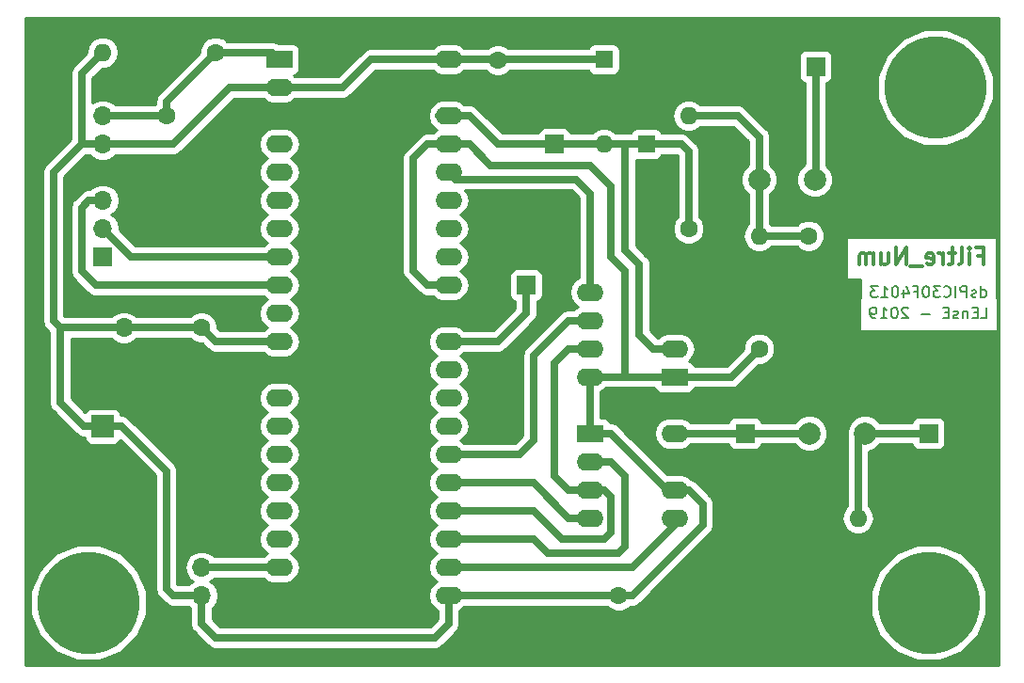
<source format=gbl>
G04 #@! TF.GenerationSoftware,KiCad,Pcbnew,(5.0.1)-4*
G04 #@! TF.CreationDate,2019-05-14T08:42:29+02:00*
G04 #@! TF.ProjectId,carte_filtre,63617274655F66696C7472652E6B6963,rev?*
G04 #@! TF.SameCoordinates,Original*
G04 #@! TF.FileFunction,Copper,L2,Bot,Signal*
G04 #@! TF.FilePolarity,Positive*
%FSLAX46Y46*%
G04 Gerber Fmt 4.6, Leading zero omitted, Abs format (unit mm)*
G04 Created by KiCad (PCBNEW (5.0.1)-4) date 14/05/2019 08:42:29*
%MOMM*%
%LPD*%
G01*
G04 APERTURE LIST*
G04 #@! TA.AperFunction,NonConductor*
%ADD10C,0.200000*%
G04 #@! TD*
G04 #@! TA.AperFunction,NonConductor*
%ADD11C,0.300000*%
G04 #@! TD*
G04 #@! TA.AperFunction,ComponentPad*
%ADD12R,2.000000X2.000000*%
G04 #@! TD*
G04 #@! TA.AperFunction,ComponentPad*
%ADD13C,2.000000*%
G04 #@! TD*
G04 #@! TA.AperFunction,ComponentPad*
%ADD14C,1.600000*%
G04 #@! TD*
G04 #@! TA.AperFunction,ComponentPad*
%ADD15R,2.400000X1.600000*%
G04 #@! TD*
G04 #@! TA.AperFunction,ComponentPad*
%ADD16O,2.400000X1.600000*%
G04 #@! TD*
G04 #@! TA.AperFunction,ComponentPad*
%ADD17C,9.200000*%
G04 #@! TD*
G04 #@! TA.AperFunction,ComponentPad*
%ADD18O,1.600000X1.600000*%
G04 #@! TD*
G04 #@! TA.AperFunction,ComponentPad*
%ADD19R,1.600000X1.600000*%
G04 #@! TD*
G04 #@! TA.AperFunction,ComponentPad*
%ADD20R,1.700000X1.700000*%
G04 #@! TD*
G04 #@! TA.AperFunction,ComponentPad*
%ADD21O,1.700000X1.700000*%
G04 #@! TD*
G04 #@! TA.AperFunction,Conductor*
%ADD22C,0.700000*%
G04 #@! TD*
G04 #@! TA.AperFunction,Conductor*
%ADD23C,0.254000*%
G04 #@! TD*
G04 APERTURE END LIST*
D10*
X258103095Y-120467380D02*
X258579285Y-120467380D01*
X258579285Y-119467380D01*
X257769761Y-119943571D02*
X257436428Y-119943571D01*
X257293571Y-120467380D02*
X257769761Y-120467380D01*
X257769761Y-119467380D01*
X257293571Y-119467380D01*
X256865000Y-119800714D02*
X256865000Y-120467380D01*
X256865000Y-119895952D02*
X256817380Y-119848333D01*
X256722142Y-119800714D01*
X256579285Y-119800714D01*
X256484047Y-119848333D01*
X256436428Y-119943571D01*
X256436428Y-120467380D01*
X256007857Y-120419761D02*
X255912619Y-120467380D01*
X255722142Y-120467380D01*
X255626904Y-120419761D01*
X255579285Y-120324523D01*
X255579285Y-120276904D01*
X255626904Y-120181666D01*
X255722142Y-120134047D01*
X255865000Y-120134047D01*
X255960238Y-120086428D01*
X256007857Y-119991190D01*
X256007857Y-119943571D01*
X255960238Y-119848333D01*
X255865000Y-119800714D01*
X255722142Y-119800714D01*
X255626904Y-119848333D01*
X255150714Y-119943571D02*
X254817380Y-119943571D01*
X254674523Y-120467380D02*
X255150714Y-120467380D01*
X255150714Y-119467380D01*
X254674523Y-119467380D01*
X253484047Y-120086428D02*
X252722142Y-120086428D01*
X251531666Y-119562619D02*
X251484047Y-119515000D01*
X251388809Y-119467380D01*
X251150714Y-119467380D01*
X251055476Y-119515000D01*
X251007857Y-119562619D01*
X250960238Y-119657857D01*
X250960238Y-119753095D01*
X251007857Y-119895952D01*
X251579285Y-120467380D01*
X250960238Y-120467380D01*
X250341190Y-119467380D02*
X250245952Y-119467380D01*
X250150714Y-119515000D01*
X250103095Y-119562619D01*
X250055476Y-119657857D01*
X250007857Y-119848333D01*
X250007857Y-120086428D01*
X250055476Y-120276904D01*
X250103095Y-120372142D01*
X250150714Y-120419761D01*
X250245952Y-120467380D01*
X250341190Y-120467380D01*
X250436428Y-120419761D01*
X250484047Y-120372142D01*
X250531666Y-120276904D01*
X250579285Y-120086428D01*
X250579285Y-119848333D01*
X250531666Y-119657857D01*
X250484047Y-119562619D01*
X250436428Y-119515000D01*
X250341190Y-119467380D01*
X249055476Y-120467380D02*
X249626904Y-120467380D01*
X249341190Y-120467380D02*
X249341190Y-119467380D01*
X249436428Y-119610238D01*
X249531666Y-119705476D01*
X249626904Y-119753095D01*
X248579285Y-120467380D02*
X248388809Y-120467380D01*
X248293571Y-120419761D01*
X248245952Y-120372142D01*
X248150714Y-120229285D01*
X248103095Y-120038809D01*
X248103095Y-119657857D01*
X248150714Y-119562619D01*
X248198333Y-119515000D01*
X248293571Y-119467380D01*
X248484047Y-119467380D01*
X248579285Y-119515000D01*
X248626904Y-119562619D01*
X248674523Y-119657857D01*
X248674523Y-119895952D01*
X248626904Y-119991190D01*
X248579285Y-120038809D01*
X248484047Y-120086428D01*
X248293571Y-120086428D01*
X248198333Y-120038809D01*
X248150714Y-119991190D01*
X248103095Y-119895952D01*
X258079285Y-118562380D02*
X258079285Y-117562380D01*
X258079285Y-118514761D02*
X258174523Y-118562380D01*
X258365000Y-118562380D01*
X258460238Y-118514761D01*
X258507857Y-118467142D01*
X258555476Y-118371904D01*
X258555476Y-118086190D01*
X258507857Y-117990952D01*
X258460238Y-117943333D01*
X258365000Y-117895714D01*
X258174523Y-117895714D01*
X258079285Y-117943333D01*
X257650714Y-118514761D02*
X257555476Y-118562380D01*
X257365000Y-118562380D01*
X257269761Y-118514761D01*
X257222142Y-118419523D01*
X257222142Y-118371904D01*
X257269761Y-118276666D01*
X257365000Y-118229047D01*
X257507857Y-118229047D01*
X257603095Y-118181428D01*
X257650714Y-118086190D01*
X257650714Y-118038571D01*
X257603095Y-117943333D01*
X257507857Y-117895714D01*
X257365000Y-117895714D01*
X257269761Y-117943333D01*
X256793571Y-118562380D02*
X256793571Y-117562380D01*
X256412619Y-117562380D01*
X256317380Y-117610000D01*
X256269761Y-117657619D01*
X256222142Y-117752857D01*
X256222142Y-117895714D01*
X256269761Y-117990952D01*
X256317380Y-118038571D01*
X256412619Y-118086190D01*
X256793571Y-118086190D01*
X255793571Y-118562380D02*
X255793571Y-117562380D01*
X254745952Y-118467142D02*
X254793571Y-118514761D01*
X254936428Y-118562380D01*
X255031666Y-118562380D01*
X255174523Y-118514761D01*
X255269761Y-118419523D01*
X255317380Y-118324285D01*
X255365000Y-118133809D01*
X255365000Y-117990952D01*
X255317380Y-117800476D01*
X255269761Y-117705238D01*
X255174523Y-117610000D01*
X255031666Y-117562380D01*
X254936428Y-117562380D01*
X254793571Y-117610000D01*
X254745952Y-117657619D01*
X254412619Y-117562380D02*
X253793571Y-117562380D01*
X254126904Y-117943333D01*
X253984047Y-117943333D01*
X253888809Y-117990952D01*
X253841190Y-118038571D01*
X253793571Y-118133809D01*
X253793571Y-118371904D01*
X253841190Y-118467142D01*
X253888809Y-118514761D01*
X253984047Y-118562380D01*
X254269761Y-118562380D01*
X254365000Y-118514761D01*
X254412619Y-118467142D01*
X253174523Y-117562380D02*
X253079285Y-117562380D01*
X252984047Y-117610000D01*
X252936428Y-117657619D01*
X252888809Y-117752857D01*
X252841190Y-117943333D01*
X252841190Y-118181428D01*
X252888809Y-118371904D01*
X252936428Y-118467142D01*
X252984047Y-118514761D01*
X253079285Y-118562380D01*
X253174523Y-118562380D01*
X253269761Y-118514761D01*
X253317380Y-118467142D01*
X253365000Y-118371904D01*
X253412619Y-118181428D01*
X253412619Y-117943333D01*
X253365000Y-117752857D01*
X253317380Y-117657619D01*
X253269761Y-117610000D01*
X253174523Y-117562380D01*
X252079285Y-118038571D02*
X252412619Y-118038571D01*
X252412619Y-118562380D02*
X252412619Y-117562380D01*
X251936428Y-117562380D01*
X251126904Y-117895714D02*
X251126904Y-118562380D01*
X251365000Y-117514761D02*
X251603095Y-118229047D01*
X250984047Y-118229047D01*
X250412619Y-117562380D02*
X250317380Y-117562380D01*
X250222142Y-117610000D01*
X250174523Y-117657619D01*
X250126904Y-117752857D01*
X250079285Y-117943333D01*
X250079285Y-118181428D01*
X250126904Y-118371904D01*
X250174523Y-118467142D01*
X250222142Y-118514761D01*
X250317380Y-118562380D01*
X250412619Y-118562380D01*
X250507857Y-118514761D01*
X250555476Y-118467142D01*
X250603095Y-118371904D01*
X250650714Y-118181428D01*
X250650714Y-117943333D01*
X250603095Y-117752857D01*
X250555476Y-117657619D01*
X250507857Y-117610000D01*
X250412619Y-117562380D01*
X249126904Y-118562380D02*
X249698333Y-118562380D01*
X249412619Y-118562380D02*
X249412619Y-117562380D01*
X249507857Y-117705238D01*
X249603095Y-117800476D01*
X249698333Y-117848095D01*
X248793571Y-117562380D02*
X248174523Y-117562380D01*
X248507857Y-117943333D01*
X248365000Y-117943333D01*
X248269761Y-117990952D01*
X248222142Y-118038571D01*
X248174523Y-118133809D01*
X248174523Y-118371904D01*
X248222142Y-118467142D01*
X248269761Y-118514761D01*
X248365000Y-118562380D01*
X248650714Y-118562380D01*
X248745952Y-118514761D01*
X248793571Y-118467142D01*
D11*
X257837142Y-114827857D02*
X258337142Y-114827857D01*
X258337142Y-115613571D02*
X258337142Y-114113571D01*
X257622857Y-114113571D01*
X257051428Y-115613571D02*
X257051428Y-114613571D01*
X257051428Y-114113571D02*
X257122857Y-114185000D01*
X257051428Y-114256428D01*
X256980000Y-114185000D01*
X257051428Y-114113571D01*
X257051428Y-114256428D01*
X256122857Y-115613571D02*
X256265714Y-115542142D01*
X256337142Y-115399285D01*
X256337142Y-114113571D01*
X255765714Y-114613571D02*
X255194285Y-114613571D01*
X255551428Y-114113571D02*
X255551428Y-115399285D01*
X255480000Y-115542142D01*
X255337142Y-115613571D01*
X255194285Y-115613571D01*
X254694285Y-115613571D02*
X254694285Y-114613571D01*
X254694285Y-114899285D02*
X254622857Y-114756428D01*
X254551428Y-114685000D01*
X254408571Y-114613571D01*
X254265714Y-114613571D01*
X253194285Y-115542142D02*
X253337142Y-115613571D01*
X253622857Y-115613571D01*
X253765714Y-115542142D01*
X253837142Y-115399285D01*
X253837142Y-114827857D01*
X253765714Y-114685000D01*
X253622857Y-114613571D01*
X253337142Y-114613571D01*
X253194285Y-114685000D01*
X253122857Y-114827857D01*
X253122857Y-114970714D01*
X253837142Y-115113571D01*
X252837142Y-115756428D02*
X251694285Y-115756428D01*
X251337142Y-115613571D02*
X251337142Y-114113571D01*
X250480000Y-115613571D01*
X250480000Y-114113571D01*
X249122857Y-114613571D02*
X249122857Y-115613571D01*
X249765714Y-114613571D02*
X249765714Y-115399285D01*
X249694285Y-115542142D01*
X249551428Y-115613571D01*
X249337142Y-115613571D01*
X249194285Y-115542142D01*
X249122857Y-115470714D01*
X248408571Y-115613571D02*
X248408571Y-114613571D01*
X248408571Y-114756428D02*
X248337142Y-114685000D01*
X248194285Y-114613571D01*
X247980000Y-114613571D01*
X247837142Y-114685000D01*
X247765714Y-114827857D01*
X247765714Y-115613571D01*
X247765714Y-114827857D02*
X247694285Y-114685000D01*
X247551428Y-114613571D01*
X247337142Y-114613571D01*
X247194285Y-114685000D01*
X247122857Y-114827857D01*
X247122857Y-115613571D01*
D12*
G04 #@! TO.P,C7,1*
G04 #@! TO.N,VDD*
X179070000Y-130175000D03*
D13*
G04 #@! TO.P,C7,2*
G04 #@! TO.N,GND*
X179070000Y-135175000D03*
G04 #@! TD*
D14*
G04 #@! TO.P,C4,1*
G04 #@! TO.N,VDD*
X225505000Y-145415000D03*
G04 #@! TO.P,C4,2*
G04 #@! TO.N,GND*
X230505000Y-145415000D03*
G04 #@! TD*
D15*
G04 #@! TO.P,U3,1*
G04 #@! TO.N,VDD*
X230505000Y-125730000D03*
D16*
G04 #@! TO.P,U3,5*
G04 #@! TO.N,ADC_CS*
X222885000Y-118110000D03*
G04 #@! TO.P,U3,2*
G04 #@! TO.N,ANALOG_IN*
X230505000Y-123190000D03*
G04 #@! TO.P,U3,6*
G04 #@! TO.N,MISO_SPI*
X222885000Y-120650000D03*
G04 #@! TO.P,U3,3*
G04 #@! TO.N,GND*
X230505000Y-120650000D03*
G04 #@! TO.P,U3,7*
G04 #@! TO.N,SCK_SPI*
X222885000Y-123190000D03*
G04 #@! TO.P,U3,4*
G04 #@! TO.N,GND*
X230505000Y-118110000D03*
G04 #@! TO.P,U3,8*
G04 #@! TO.N,VDD*
X222885000Y-125730000D03*
G04 #@! TD*
D17*
G04 #@! TO.P,H,1*
G04 #@! TO.N,N/C*
X253365000Y-146050000D03*
G04 #@! TD*
G04 #@! TO.P,REF\002A\002A,1*
G04 #@! TO.N,N/C*
X177800000Y-146050000D03*
G04 #@! TD*
D14*
G04 #@! TO.P,C1,1*
G04 #@! TO.N,GND*
X184785000Y-107235000D03*
G04 #@! TO.P,C1,2*
G04 #@! TO.N,MCLR*
X184785000Y-102235000D03*
G04 #@! TD*
G04 #@! TO.P,C2,2*
G04 #@! TO.N,GND*
X214630000Y-102235000D03*
G04 #@! TO.P,C2,1*
G04 #@! TO.N,VDD*
X214630000Y-97235000D03*
G04 #@! TD*
G04 #@! TO.P,C3,2*
G04 #@! TO.N,GND*
X187960000Y-126285000D03*
G04 #@! TO.P,C3,1*
G04 #@! TO.N,VDD*
X187960000Y-121285000D03*
G04 #@! TD*
D13*
G04 #@! TO.P,C5,1*
G04 #@! TO.N,Net-(C5-Pad1)*
X238125000Y-107950000D03*
G04 #@! TO.P,C5,2*
G04 #@! TO.N,ANALOG_IN_NOT_FILTERED*
X243125000Y-107950000D03*
G04 #@! TD*
G04 #@! TO.P,C6,1*
G04 #@! TO.N,ANALOG_OUT*
X247650000Y-130810000D03*
G04 #@! TO.P,C6,2*
G04 #@! TO.N,ANALOG_OUT_MOY*
X242650000Y-130810000D03*
G04 #@! TD*
D18*
G04 #@! TO.P,D1,2*
G04 #@! TO.N,ANALOG_IN*
X224155000Y-104775000D03*
D19*
G04 #@! TO.P,D1,1*
G04 #@! TO.N,VDD*
X224155000Y-97155000D03*
G04 #@! TD*
G04 #@! TO.P,D2,1*
G04 #@! TO.N,ANALOG_IN*
X227965000Y-104775000D03*
D18*
G04 #@! TO.P,D2,2*
G04 #@! TO.N,GND*
X227965000Y-112395000D03*
G04 #@! TD*
D20*
G04 #@! TO.P,J1,1*
G04 #@! TO.N,GND*
X180975000Y-123825000D03*
D21*
G04 #@! TO.P,J1,2*
G04 #@! TO.N,VDD*
X180975000Y-121285000D03*
G04 #@! TD*
D20*
G04 #@! TO.P,J2,1*
G04 #@! TO.N,Net-(J2-Pad1)*
X179070000Y-114935000D03*
D21*
G04 #@! TO.P,J2,2*
G04 #@! TO.N,PGC*
X179070000Y-112395000D03*
G04 #@! TO.P,J2,3*
G04 #@! TO.N,PGD*
X179070000Y-109855000D03*
G04 #@! TO.P,J2,4*
G04 #@! TO.N,GND*
X179070000Y-107315000D03*
G04 #@! TO.P,J2,5*
G04 #@! TO.N,VDD*
X179070000Y-104775000D03*
G04 #@! TO.P,J2,6*
G04 #@! TO.N,MCLR*
X179070000Y-102235000D03*
G04 #@! TD*
D20*
G04 #@! TO.P,J3,1*
G04 #@! TO.N,GND*
X187960000Y-140335000D03*
D21*
G04 #@! TO.P,J3,2*
G04 #@! TO.N,CHOIX_IN*
X187960000Y-142875000D03*
G04 #@! TO.P,J3,3*
G04 #@! TO.N,VDD*
X187960000Y-145415000D03*
G04 #@! TD*
D20*
G04 #@! TO.P,J4,1*
G04 #@! TO.N,ANALOG_IN_NOT_FILTERED*
X243205000Y-97790000D03*
D21*
G04 #@! TO.P,J4,2*
G04 #@! TO.N,GND*
X240665000Y-97790000D03*
G04 #@! TD*
G04 #@! TO.P,J5,2*
G04 #@! TO.N,GND*
X253365000Y-128270000D03*
D20*
G04 #@! TO.P,J5,1*
G04 #@! TO.N,ANALOG_OUT*
X253365000Y-130810000D03*
G04 #@! TD*
D18*
G04 #@! TO.P,R1,2*
G04 #@! TO.N,VDD*
X179070000Y-96520000D03*
D14*
G04 #@! TO.P,R1,1*
G04 #@! TO.N,MCLR*
X189230000Y-96520000D03*
G04 #@! TD*
G04 #@! TO.P,R3,1*
G04 #@! TO.N,VDD*
X238125000Y-123190000D03*
D18*
G04 #@! TO.P,R3,2*
G04 #@! TO.N,Net-(C5-Pad1)*
X238125000Y-113030000D03*
G04 #@! TD*
D14*
G04 #@! TO.P,R4,1*
G04 #@! TO.N,Net-(C5-Pad1)*
X242570000Y-113030000D03*
D18*
G04 #@! TO.P,R4,2*
G04 #@! TO.N,GND*
X242570000Y-123190000D03*
G04 #@! TD*
G04 #@! TO.P,R5,2*
G04 #@! TO.N,Net-(C5-Pad1)*
X231775000Y-102235000D03*
D14*
G04 #@! TO.P,R5,1*
G04 #@! TO.N,ANALOG_IN*
X231775000Y-112395000D03*
G04 #@! TD*
G04 #@! TO.P,R6,1*
G04 #@! TO.N,GND*
X236855000Y-138430000D03*
D18*
G04 #@! TO.P,R6,2*
G04 #@! TO.N,ANALOG_OUT*
X247015000Y-138430000D03*
G04 #@! TD*
D15*
G04 #@! TO.P,U1,1*
G04 #@! TO.N,MCLR*
X194945000Y-97155000D03*
D16*
G04 #@! TO.P,U1,21*
G04 #@! TO.N,VDD*
X210185000Y-145415000D03*
G04 #@! TO.P,U1,2*
X194945000Y-99695000D03*
G04 #@! TO.P,U1,22*
G04 #@! TO.N,DAC_LD*
X210185000Y-142875000D03*
G04 #@! TO.P,U1,3*
G04 #@! TO.N,GND*
X194945000Y-102235000D03*
G04 #@! TO.P,U1,23*
G04 #@! TO.N,DAC_CS*
X210185000Y-140335000D03*
G04 #@! TO.P,U1,4*
G04 #@! TO.N,Net-(U1-Pad4)*
X194945000Y-104775000D03*
G04 #@! TO.P,U1,24*
G04 #@! TO.N,SCK_SPI*
X210185000Y-137795000D03*
G04 #@! TO.P,U1,5*
G04 #@! TO.N,Net-(U1-Pad5)*
X194945000Y-107315000D03*
G04 #@! TO.P,U1,25*
G04 #@! TO.N,MOSI_SPI*
X210185000Y-135255000D03*
G04 #@! TO.P,U1,6*
G04 #@! TO.N,Net-(U1-Pad6)*
X194945000Y-109855000D03*
G04 #@! TO.P,U1,26*
G04 #@! TO.N,MISO_SPI*
X210185000Y-132715000D03*
G04 #@! TO.P,U1,7*
G04 #@! TO.N,Net-(U1-Pad7)*
X194945000Y-112395000D03*
G04 #@! TO.P,U1,27*
G04 #@! TO.N,Net-(U1-Pad27)*
X210185000Y-130175000D03*
G04 #@! TO.P,U1,8*
G04 #@! TO.N,PGC*
X194945000Y-114935000D03*
G04 #@! TO.P,U1,28*
G04 #@! TO.N,Net-(U1-Pad28)*
X210185000Y-127635000D03*
G04 #@! TO.P,U1,9*
G04 #@! TO.N,PGD*
X194945000Y-117475000D03*
G04 #@! TO.P,U1,29*
G04 #@! TO.N,Net-(U1-Pad29)*
X210185000Y-125095000D03*
G04 #@! TO.P,U1,10*
G04 #@! TO.N,Net-(U1-Pad10)*
X194945000Y-120015000D03*
G04 #@! TO.P,U1,30*
G04 #@! TO.N,TEST*
X210185000Y-122555000D03*
G04 #@! TO.P,U1,11*
G04 #@! TO.N,VDD*
X194945000Y-122555000D03*
G04 #@! TO.P,U1,31*
G04 #@! TO.N,GND*
X210185000Y-120015000D03*
G04 #@! TO.P,U1,12*
X194945000Y-125095000D03*
G04 #@! TO.P,U1,32*
G04 #@! TO.N,VDD*
X210185000Y-117475000D03*
G04 #@! TO.P,U1,13*
G04 #@! TO.N,Net-(U1-Pad13)*
X194945000Y-127635000D03*
G04 #@! TO.P,U1,33*
G04 #@! TO.N,Net-(U1-Pad33)*
X210185000Y-114935000D03*
G04 #@! TO.P,U1,14*
G04 #@! TO.N,Net-(U1-Pad14)*
X194945000Y-130175000D03*
G04 #@! TO.P,U1,34*
G04 #@! TO.N,Net-(U1-Pad34)*
X210185000Y-112395000D03*
G04 #@! TO.P,U1,15*
G04 #@! TO.N,Net-(U1-Pad15)*
X194945000Y-132715000D03*
G04 #@! TO.P,U1,35*
G04 #@! TO.N,Net-(U1-Pad35)*
X210185000Y-109855000D03*
G04 #@! TO.P,U1,16*
G04 #@! TO.N,Net-(U1-Pad16)*
X194945000Y-135255000D03*
G04 #@! TO.P,U1,36*
G04 #@! TO.N,ADC_CS*
X210185000Y-107315000D03*
G04 #@! TO.P,U1,17*
G04 #@! TO.N,Net-(U1-Pad17)*
X194945000Y-137795000D03*
G04 #@! TO.P,U1,37*
G04 #@! TO.N,VDD*
X210185000Y-104775000D03*
G04 #@! TO.P,U1,18*
G04 #@! TO.N,Net-(U1-Pad18)*
X194945000Y-140335000D03*
G04 #@! TO.P,U1,38*
G04 #@! TO.N,ANALOG_IN*
X210185000Y-102235000D03*
G04 #@! TO.P,U1,19*
G04 #@! TO.N,CHOIX_IN*
X194945000Y-142875000D03*
G04 #@! TO.P,U1,39*
G04 #@! TO.N,GND*
X210185000Y-99695000D03*
G04 #@! TO.P,U1,20*
X194945000Y-145415000D03*
G04 #@! TO.P,U1,40*
G04 #@! TO.N,VDD*
X210185000Y-97155000D03*
G04 #@! TD*
G04 #@! TO.P,U2,8*
G04 #@! TO.N,ANALOG_OUT_MOY*
X230505000Y-130810000D03*
G04 #@! TO.P,U2,4*
G04 #@! TO.N,MOSI_SPI*
X222885000Y-138430000D03*
G04 #@! TO.P,U2,7*
G04 #@! TO.N,GND*
X230505000Y-133350000D03*
G04 #@! TO.P,U2,3*
G04 #@! TO.N,SCK_SPI*
X222885000Y-135890000D03*
G04 #@! TO.P,U2,6*
G04 #@! TO.N,VDD*
X230505000Y-135890000D03*
G04 #@! TO.P,U2,2*
G04 #@! TO.N,DAC_CS*
X222885000Y-133350000D03*
G04 #@! TO.P,U2,5*
G04 #@! TO.N,DAC_LD*
X230505000Y-138430000D03*
D15*
G04 #@! TO.P,U2,1*
G04 #@! TO.N,VDD*
X222885000Y-130810000D03*
G04 #@! TD*
D17*
G04 #@! TO.P,REF\002A\002A,1*
G04 #@! TO.N,N/C*
X254000000Y-99695000D03*
G04 #@! TD*
D20*
G04 #@! TO.P,J6,1*
G04 #@! TO.N,TEST*
X217170000Y-117475000D03*
D21*
G04 #@! TO.P,J6,2*
G04 #@! TO.N,GND*
X217170000Y-114935000D03*
G04 #@! TD*
D20*
G04 #@! TO.P,J7,1*
G04 #@! TO.N,ANALOG_IN*
X219710000Y-104775000D03*
D21*
G04 #@! TO.P,J7,2*
G04 #@! TO.N,GND*
X219710000Y-102235000D03*
G04 #@! TD*
G04 #@! TO.P,J8,2*
G04 #@! TO.N,GND*
X236855000Y-133350000D03*
D20*
G04 #@! TO.P,J8,1*
G04 #@! TO.N,ANALOG_OUT_MOY*
X236855000Y-130810000D03*
G04 #@! TD*
D22*
G04 #@! TO.N,MCLR*
X184785000Y-102235000D02*
X184785000Y-100965000D01*
X184785000Y-100965000D02*
X189230000Y-96520000D01*
X194310000Y-96520000D02*
X194945000Y-97155000D01*
X189230000Y-96520000D02*
X194310000Y-96520000D01*
X179070000Y-102235000D02*
X184785000Y-102235000D01*
G04 #@! TO.N,VDD*
X214550000Y-97155000D02*
X214630000Y-97235000D01*
X210185000Y-97155000D02*
X214550000Y-97155000D01*
X214710000Y-97155000D02*
X214630000Y-97235000D01*
X224155000Y-97155000D02*
X214710000Y-97155000D01*
X210185000Y-145415000D02*
X222965000Y-145415000D01*
X222965000Y-145415000D02*
X225505000Y-145415000D01*
X231775000Y-135890000D02*
X230505000Y-135890000D01*
X233045000Y-137160000D02*
X231775000Y-135890000D01*
X233045000Y-139065000D02*
X233045000Y-137160000D01*
X225505000Y-145415000D02*
X226695000Y-145415000D01*
X226695000Y-145415000D02*
X233045000Y-139065000D01*
X229870000Y-135890000D02*
X230505000Y-135890000D01*
X222885000Y-130810000D02*
X224790000Y-130810000D01*
X224790000Y-130810000D02*
X229870000Y-135890000D01*
X222885000Y-130810000D02*
X222885000Y-125730000D01*
X235585000Y-125730000D02*
X238125000Y-123190000D01*
X230505000Y-125730000D02*
X235585000Y-125730000D01*
X187960000Y-145415000D02*
X187960000Y-147955000D01*
X187960000Y-147955000D02*
X189230000Y-149225000D01*
X189230000Y-149225000D02*
X208915000Y-149225000D01*
X210185000Y-147955000D02*
X210185000Y-145415000D01*
X208915000Y-149225000D02*
X210185000Y-147955000D01*
X179070000Y-104775000D02*
X185420000Y-104775000D01*
X185420000Y-104775000D02*
X190500000Y-99695000D01*
X190500000Y-99695000D02*
X194945000Y-99695000D01*
X194945000Y-99695000D02*
X200660000Y-99695000D01*
X203200000Y-97155000D02*
X210185000Y-97155000D01*
X200660000Y-99695000D02*
X203200000Y-97155000D01*
X210185000Y-117475000D02*
X208285000Y-117475000D01*
X208285000Y-117475000D02*
X207015000Y-116205000D01*
X207015000Y-116205000D02*
X207015000Y-106675000D01*
X207015000Y-106675000D02*
X207010000Y-106670000D01*
X207010000Y-106670000D02*
X207010000Y-106045000D01*
X208280000Y-104775000D02*
X210185000Y-104775000D01*
X207010000Y-106045000D02*
X208280000Y-104775000D01*
X230505000Y-125730000D02*
X225425000Y-125730000D01*
X225425000Y-125730000D02*
X222885000Y-125730000D01*
X180975000Y-121285000D02*
X175260000Y-121285000D01*
X180975000Y-121285000D02*
X187960000Y-121285000D01*
X190500000Y-122555000D02*
X194945000Y-122555000D01*
X187960000Y-121285000D02*
X189230000Y-122555000D01*
X189230000Y-122555000D02*
X190500000Y-122555000D01*
X177370000Y-130175000D02*
X179070000Y-130175000D01*
X175260000Y-128065000D02*
X177370000Y-130175000D01*
X175260000Y-121285000D02*
X175260000Y-128065000D01*
X185420000Y-145415000D02*
X187960000Y-145415000D01*
X184785000Y-144780000D02*
X185420000Y-145415000D01*
X184785000Y-134190000D02*
X184785000Y-144780000D01*
X180770000Y-130175000D02*
X184785000Y-134190000D01*
X179070000Y-130175000D02*
X180770000Y-130175000D01*
X226060000Y-116205000D02*
X226060000Y-125730000D01*
X212085000Y-104775000D02*
X213990000Y-106680000D01*
X210185000Y-104775000D02*
X212085000Y-104775000D01*
X213990000Y-106680000D02*
X222885000Y-106680000D01*
X222885000Y-106680000D02*
X224790000Y-108585000D01*
X224790000Y-108585000D02*
X224790000Y-114935000D01*
X226060000Y-125730000D02*
X225425000Y-125730000D01*
X224790000Y-114935000D02*
X226060000Y-116205000D01*
X177165000Y-104775000D02*
X179070000Y-104775000D01*
X179070000Y-96520000D02*
X177165000Y-98425000D01*
X177165000Y-98425000D02*
X177165000Y-104775000D01*
X174625000Y-120650000D02*
X175260000Y-121285000D01*
X177165000Y-104775000D02*
X174625000Y-107315000D01*
X174625000Y-107315000D02*
X174625000Y-120650000D01*
G04 #@! TO.N,Net-(C5-Pad1)*
X231775000Y-102235000D02*
X236220000Y-102235000D01*
X238125000Y-104140000D02*
X238125000Y-107950000D01*
X236220000Y-102235000D02*
X238125000Y-104140000D01*
X238125000Y-107950000D02*
X238125000Y-113030000D01*
X238125000Y-113030000D02*
X242570000Y-113030000D01*
G04 #@! TO.N,ANALOG_IN_NOT_FILTERED*
X243205000Y-107870000D02*
X243125000Y-107950000D01*
X243205000Y-97790000D02*
X243205000Y-107870000D01*
G04 #@! TO.N,ANALOG_OUT*
X247650000Y-130810000D02*
X253365000Y-130810000D01*
X247015000Y-131445000D02*
X247650000Y-130810000D01*
X247015000Y-138430000D02*
X247015000Y-131445000D01*
G04 #@! TO.N,ANALOG_OUT_MOY*
X230505000Y-130810000D02*
X236855000Y-130810000D01*
X236855000Y-130810000D02*
X242650000Y-130810000D01*
G04 #@! TO.N,ANALOG_IN*
X227965000Y-104775000D02*
X225425000Y-104775000D01*
X225425000Y-104775000D02*
X224155000Y-104775000D01*
X231775000Y-105410000D02*
X231775000Y-112395000D01*
X227965000Y-104775000D02*
X231140000Y-104775000D01*
X231140000Y-104775000D02*
X231775000Y-105410000D01*
X210185000Y-102235000D02*
X209335000Y-102235000D01*
X214630000Y-104775000D02*
X224155000Y-104775000D01*
X210185000Y-102235000D02*
X212090000Y-102235000D01*
X212090000Y-102235000D02*
X214630000Y-104775000D01*
X226060000Y-104775000D02*
X225425000Y-104775000D01*
X226060000Y-114300000D02*
X226060000Y-104775000D01*
X227330000Y-115570000D02*
X226060000Y-114300000D01*
X227330000Y-121920000D02*
X227330000Y-115570000D01*
X230505000Y-123190000D02*
X228600000Y-123190000D01*
X228600000Y-123190000D02*
X227330000Y-121920000D01*
G04 #@! TO.N,PGC*
X190500000Y-114935000D02*
X194945000Y-114935000D01*
X179070000Y-112395000D02*
X181610000Y-114935000D01*
X181610000Y-114935000D02*
X190500000Y-114935000D01*
G04 #@! TO.N,PGD*
X194945000Y-117475000D02*
X178435000Y-117475000D01*
X178435000Y-117475000D02*
X177165000Y-116205000D01*
X177165000Y-116205000D02*
X177165000Y-110490000D01*
X177165000Y-110490000D02*
X177800000Y-109855000D01*
X177800000Y-109855000D02*
X179070000Y-109855000D01*
G04 #@! TO.N,CHOIX_IN*
X187960000Y-142875000D02*
X194945000Y-142875000D01*
G04 #@! TO.N,SCK_SPI*
X220985000Y-135890000D02*
X219710000Y-134615000D01*
X222885000Y-135890000D02*
X220985000Y-135890000D01*
X219710000Y-134615000D02*
X219710000Y-124460000D01*
X220980000Y-123190000D02*
X222885000Y-123190000D01*
X219710000Y-124460000D02*
X220980000Y-123190000D01*
X224155000Y-135890000D02*
X222885000Y-135890000D01*
X224785000Y-136520000D02*
X224155000Y-135890000D01*
X217805000Y-137795000D02*
X220345000Y-140335000D01*
X210185000Y-137795000D02*
X217805000Y-137795000D01*
X220345000Y-140335000D02*
X224155000Y-140335000D01*
X224155000Y-140335000D02*
X224790000Y-139700000D01*
X224790000Y-139700000D02*
X224785000Y-139695000D01*
X224785000Y-139695000D02*
X224785000Y-136520000D01*
G04 #@! TO.N,MOSI_SPI*
X220980000Y-138430000D02*
X222885000Y-138430000D01*
X210185000Y-135255000D02*
X217805000Y-135255000D01*
X217805000Y-135255000D02*
X220980000Y-138430000D01*
G04 #@! TO.N,MISO_SPI*
X220980000Y-120650000D02*
X222885000Y-120650000D01*
X217805000Y-123825000D02*
X220980000Y-120650000D01*
X217805000Y-131445000D02*
X217805000Y-123825000D01*
X210185000Y-132715000D02*
X216535000Y-132715000D01*
X216535000Y-132715000D02*
X217805000Y-131445000D01*
G04 #@! TO.N,ADC_CS*
X222885000Y-109220000D02*
X222885000Y-118110000D01*
X221615000Y-107950000D02*
X222885000Y-109220000D01*
X210185000Y-107315000D02*
X210820000Y-107950000D01*
X210820000Y-107950000D02*
X221615000Y-107950000D01*
G04 #@! TO.N,DAC_CS*
X217805000Y-140335000D02*
X219075000Y-141605000D01*
X210185000Y-140335000D02*
X217805000Y-140335000D01*
X224790000Y-133350000D02*
X222885000Y-133350000D01*
X219075000Y-141605000D02*
X225425000Y-141605000D01*
X225425000Y-141605000D02*
X226060000Y-140970000D01*
X226060000Y-140970000D02*
X226060000Y-134620000D01*
X226060000Y-134620000D02*
X224790000Y-133350000D01*
G04 #@! TO.N,DAC_LD*
X230505000Y-139065000D02*
X230505000Y-138430000D01*
X210185000Y-142875000D02*
X226695000Y-142875000D01*
X226695000Y-142875000D02*
X230505000Y-139065000D01*
G04 #@! TO.N,TEST*
X210185000Y-122555000D02*
X214630000Y-122555000D01*
X217170000Y-120015000D02*
X217170000Y-117475000D01*
X214630000Y-122555000D02*
X217170000Y-120015000D01*
G04 #@! TD*
D23*
G04 #@! TO.N,GND*
G36*
X259640000Y-151690000D02*
X172160000Y-151690000D01*
X172160000Y-145008694D01*
X172565000Y-145008694D01*
X172565000Y-147091306D01*
X173361981Y-149015389D01*
X174834611Y-150488019D01*
X176758694Y-151285000D01*
X178841306Y-151285000D01*
X180765389Y-150488019D01*
X182238019Y-149015389D01*
X183035000Y-147091306D01*
X183035000Y-145008694D01*
X182238019Y-143084611D01*
X180765389Y-141611981D01*
X178841306Y-140815000D01*
X176758694Y-140815000D01*
X174834611Y-141611981D01*
X173361981Y-143084611D01*
X172565000Y-145008694D01*
X172160000Y-145008694D01*
X172160000Y-107315000D01*
X173620704Y-107315000D01*
X173640000Y-107412008D01*
X173640001Y-120552987D01*
X173620704Y-120650000D01*
X173697151Y-121034327D01*
X173859902Y-121277902D01*
X173859905Y-121277905D01*
X173914856Y-121360145D01*
X173997096Y-121415096D01*
X174275000Y-121693001D01*
X174275001Y-127967987D01*
X174255704Y-128065000D01*
X174332151Y-128449327D01*
X174494902Y-128692902D01*
X174494905Y-128692905D01*
X174549856Y-128775145D01*
X174632096Y-128830096D01*
X176604904Y-130802905D01*
X176659855Y-130885145D01*
X176742095Y-130940096D01*
X176742097Y-130940098D01*
X176922551Y-131060673D01*
X176985672Y-131102849D01*
X177272988Y-131160000D01*
X177272992Y-131160000D01*
X177370000Y-131179296D01*
X177422560Y-131168841D01*
X177422560Y-131175000D01*
X177471843Y-131422765D01*
X177612191Y-131632809D01*
X177822235Y-131773157D01*
X178070000Y-131822440D01*
X180070000Y-131822440D01*
X180317765Y-131773157D01*
X180527809Y-131632809D01*
X180650777Y-131448777D01*
X183800000Y-134598000D01*
X183800001Y-144682987D01*
X183780704Y-144780000D01*
X183857151Y-145164327D01*
X184019902Y-145407902D01*
X184019905Y-145407905D01*
X184074856Y-145490145D01*
X184157096Y-145545096D01*
X184654904Y-146042904D01*
X184709855Y-146125145D01*
X184792095Y-146180096D01*
X184792097Y-146180098D01*
X185035672Y-146342849D01*
X185322988Y-146400000D01*
X185322992Y-146400000D01*
X185420000Y-146419296D01*
X185517008Y-146400000D01*
X186832162Y-146400000D01*
X186889375Y-146485625D01*
X186975000Y-146542838D01*
X186975001Y-147857987D01*
X186955704Y-147955000D01*
X187032151Y-148339327D01*
X187194902Y-148582902D01*
X187194905Y-148582905D01*
X187249856Y-148665145D01*
X187332096Y-148720096D01*
X188464902Y-149852902D01*
X188519855Y-149935145D01*
X188845672Y-150152849D01*
X189132988Y-150210000D01*
X189132991Y-150210000D01*
X189229999Y-150229296D01*
X189327007Y-150210000D01*
X208817992Y-150210000D01*
X208915000Y-150229296D01*
X209012008Y-150210000D01*
X209012012Y-150210000D01*
X209299328Y-150152849D01*
X209625145Y-149935145D01*
X209680098Y-149852902D01*
X210812902Y-148720098D01*
X210895145Y-148665145D01*
X211112849Y-148339328D01*
X211170000Y-148052012D01*
X211170000Y-148052009D01*
X211189296Y-147955001D01*
X211170000Y-147857993D01*
X211170000Y-146749975D01*
X211619577Y-146449577D01*
X211652703Y-146400000D01*
X224460604Y-146400000D01*
X224692138Y-146631534D01*
X225219561Y-146850000D01*
X225790439Y-146850000D01*
X226317862Y-146631534D01*
X226549396Y-146400000D01*
X226597992Y-146400000D01*
X226695000Y-146419296D01*
X226792008Y-146400000D01*
X226792012Y-146400000D01*
X227079328Y-146342849D01*
X227405145Y-146125145D01*
X227460098Y-146042902D01*
X228494306Y-145008694D01*
X248130000Y-145008694D01*
X248130000Y-147091306D01*
X248926981Y-149015389D01*
X250399611Y-150488019D01*
X252323694Y-151285000D01*
X254406306Y-151285000D01*
X256330389Y-150488019D01*
X257803019Y-149015389D01*
X258600000Y-147091306D01*
X258600000Y-145008694D01*
X257803019Y-143084611D01*
X256330389Y-141611981D01*
X254406306Y-140815000D01*
X252323694Y-140815000D01*
X250399611Y-141611981D01*
X248926981Y-143084611D01*
X248130000Y-145008694D01*
X228494306Y-145008694D01*
X233672902Y-139830098D01*
X233755145Y-139775145D01*
X233972849Y-139449328D01*
X234030000Y-139162012D01*
X234030000Y-139162009D01*
X234049296Y-139065001D01*
X234030000Y-138967993D01*
X234030000Y-138430000D01*
X245551887Y-138430000D01*
X245663260Y-138989909D01*
X245980423Y-139464577D01*
X246455091Y-139781740D01*
X246873667Y-139865000D01*
X247156333Y-139865000D01*
X247574909Y-139781740D01*
X248049577Y-139464577D01*
X248366740Y-138989909D01*
X248478113Y-138430000D01*
X248366740Y-137870091D01*
X248049577Y-137395423D01*
X248000000Y-137362297D01*
X248000000Y-132434737D01*
X248576153Y-132196086D01*
X248977239Y-131795000D01*
X251894413Y-131795000D01*
X251916843Y-131907765D01*
X252057191Y-132117809D01*
X252267235Y-132258157D01*
X252515000Y-132307440D01*
X254215000Y-132307440D01*
X254462765Y-132258157D01*
X254672809Y-132117809D01*
X254813157Y-131907765D01*
X254862440Y-131660000D01*
X254862440Y-129960000D01*
X254813157Y-129712235D01*
X254672809Y-129502191D01*
X254462765Y-129361843D01*
X254215000Y-129312560D01*
X252515000Y-129312560D01*
X252267235Y-129361843D01*
X252057191Y-129502191D01*
X251916843Y-129712235D01*
X251894413Y-129825000D01*
X248977239Y-129825000D01*
X248576153Y-129423914D01*
X247975222Y-129175000D01*
X247324778Y-129175000D01*
X246723847Y-129423914D01*
X246263914Y-129883847D01*
X246015000Y-130484778D01*
X246015000Y-131135222D01*
X246053726Y-131228714D01*
X246010704Y-131445000D01*
X246030001Y-131542011D01*
X246030000Y-137362297D01*
X245980423Y-137395423D01*
X245663260Y-137870091D01*
X245551887Y-138430000D01*
X234030000Y-138430000D01*
X234030000Y-137257007D01*
X234049296Y-137159999D01*
X234030000Y-137062991D01*
X234030000Y-137062988D01*
X233972849Y-136775672D01*
X233755145Y-136449855D01*
X233672902Y-136394902D01*
X232540097Y-135262097D01*
X232485145Y-135179855D01*
X232159328Y-134962151D01*
X231988137Y-134928099D01*
X231939577Y-134855423D01*
X231464909Y-134538260D01*
X231046333Y-134455000D01*
X229963667Y-134455000D01*
X229850509Y-134477508D01*
X226183001Y-130810000D01*
X228641887Y-130810000D01*
X228753260Y-131369909D01*
X229070423Y-131844577D01*
X229545091Y-132161740D01*
X229963667Y-132245000D01*
X231046333Y-132245000D01*
X231464909Y-132161740D01*
X231939577Y-131844577D01*
X231972703Y-131795000D01*
X235384413Y-131795000D01*
X235406843Y-131907765D01*
X235547191Y-132117809D01*
X235757235Y-132258157D01*
X236005000Y-132307440D01*
X237705000Y-132307440D01*
X237952765Y-132258157D01*
X238162809Y-132117809D01*
X238303157Y-131907765D01*
X238325587Y-131795000D01*
X241322761Y-131795000D01*
X241723847Y-132196086D01*
X242324778Y-132445000D01*
X242975222Y-132445000D01*
X243576153Y-132196086D01*
X244036086Y-131736153D01*
X244285000Y-131135222D01*
X244285000Y-130484778D01*
X244036086Y-129883847D01*
X243576153Y-129423914D01*
X242975222Y-129175000D01*
X242324778Y-129175000D01*
X241723847Y-129423914D01*
X241322761Y-129825000D01*
X238325587Y-129825000D01*
X238303157Y-129712235D01*
X238162809Y-129502191D01*
X237952765Y-129361843D01*
X237705000Y-129312560D01*
X236005000Y-129312560D01*
X235757235Y-129361843D01*
X235547191Y-129502191D01*
X235406843Y-129712235D01*
X235384413Y-129825000D01*
X231972703Y-129825000D01*
X231939577Y-129775423D01*
X231464909Y-129458260D01*
X231046333Y-129375000D01*
X229963667Y-129375000D01*
X229545091Y-129458260D01*
X229070423Y-129775423D01*
X228753260Y-130250091D01*
X228641887Y-130810000D01*
X226183001Y-130810000D01*
X225555098Y-130182098D01*
X225500145Y-130099855D01*
X225174328Y-129882151D01*
X224887012Y-129825000D01*
X224887008Y-129825000D01*
X224790000Y-129805704D01*
X224695541Y-129824493D01*
X224683157Y-129762235D01*
X224542809Y-129552191D01*
X224332765Y-129411843D01*
X224085000Y-129362560D01*
X223870000Y-129362560D01*
X223870000Y-127064975D01*
X224319577Y-126764577D01*
X224352703Y-126715000D01*
X225962988Y-126715000D01*
X226060000Y-126734297D01*
X226157012Y-126715000D01*
X228694358Y-126715000D01*
X228706843Y-126777765D01*
X228847191Y-126987809D01*
X229057235Y-127128157D01*
X229305000Y-127177440D01*
X231705000Y-127177440D01*
X231952765Y-127128157D01*
X232162809Y-126987809D01*
X232303157Y-126777765D01*
X232315642Y-126715000D01*
X235487992Y-126715000D01*
X235585000Y-126734296D01*
X235682008Y-126715000D01*
X235682012Y-126715000D01*
X235969328Y-126657849D01*
X236295145Y-126440145D01*
X236350098Y-126357902D01*
X238083000Y-124625000D01*
X238410439Y-124625000D01*
X238937862Y-124406534D01*
X239341534Y-124002862D01*
X239560000Y-123475439D01*
X239560000Y-122904561D01*
X239341534Y-122377138D01*
X238937862Y-121973466D01*
X238410439Y-121755000D01*
X237839561Y-121755000D01*
X237312138Y-121973466D01*
X236908466Y-122377138D01*
X236690000Y-122904561D01*
X236690000Y-123232000D01*
X235177000Y-124745000D01*
X232315642Y-124745000D01*
X232303157Y-124682235D01*
X232162809Y-124472191D01*
X231952765Y-124331843D01*
X231818894Y-124305215D01*
X231939577Y-124224577D01*
X232256740Y-123749909D01*
X232368113Y-123190000D01*
X232256740Y-122630091D01*
X231939577Y-122155423D01*
X231464909Y-121838260D01*
X231046333Y-121755000D01*
X229963667Y-121755000D01*
X229545091Y-121838260D01*
X229070423Y-122155423D01*
X229037297Y-122205000D01*
X229008000Y-122205000D01*
X228315000Y-121512000D01*
X228315000Y-115667007D01*
X228334296Y-115569999D01*
X228315000Y-115472991D01*
X228315000Y-115472988D01*
X228257849Y-115185672D01*
X228040145Y-114859855D01*
X227957902Y-114804902D01*
X227045000Y-113892000D01*
X227045000Y-106198571D01*
X227165000Y-106222440D01*
X228765000Y-106222440D01*
X229012765Y-106173157D01*
X229222809Y-106032809D01*
X229363157Y-105822765D01*
X229375642Y-105760000D01*
X230732000Y-105760000D01*
X230790000Y-105818001D01*
X230790001Y-111350603D01*
X230558466Y-111582138D01*
X230340000Y-112109561D01*
X230340000Y-112680439D01*
X230558466Y-113207862D01*
X230962138Y-113611534D01*
X231489561Y-113830000D01*
X232060439Y-113830000D01*
X232587862Y-113611534D01*
X232991534Y-113207862D01*
X233210000Y-112680439D01*
X233210000Y-112109561D01*
X232991534Y-111582138D01*
X232760000Y-111350604D01*
X232760000Y-105507008D01*
X232779296Y-105410000D01*
X232760000Y-105312992D01*
X232760000Y-105312988D01*
X232702849Y-105025672D01*
X232585566Y-104850145D01*
X232540098Y-104782097D01*
X232540096Y-104782095D01*
X232485145Y-104699855D01*
X232402905Y-104644904D01*
X231905097Y-104147097D01*
X231850145Y-104064855D01*
X231524328Y-103847151D01*
X231237012Y-103790000D01*
X231237008Y-103790000D01*
X231140000Y-103770704D01*
X231042992Y-103790000D01*
X229375642Y-103790000D01*
X229363157Y-103727235D01*
X229222809Y-103517191D01*
X229012765Y-103376843D01*
X228765000Y-103327560D01*
X227165000Y-103327560D01*
X226917235Y-103376843D01*
X226707191Y-103517191D01*
X226566843Y-103727235D01*
X226554358Y-103790000D01*
X226157012Y-103790000D01*
X226060000Y-103770703D01*
X225962988Y-103790000D01*
X225222703Y-103790000D01*
X225189577Y-103740423D01*
X224714909Y-103423260D01*
X224296333Y-103340000D01*
X224013667Y-103340000D01*
X223595091Y-103423260D01*
X223120423Y-103740423D01*
X223087297Y-103790000D01*
X221180587Y-103790000D01*
X221158157Y-103677235D01*
X221017809Y-103467191D01*
X220807765Y-103326843D01*
X220560000Y-103277560D01*
X218860000Y-103277560D01*
X218612235Y-103326843D01*
X218402191Y-103467191D01*
X218261843Y-103677235D01*
X218239413Y-103790000D01*
X215038000Y-103790000D01*
X213483000Y-102235000D01*
X230311887Y-102235000D01*
X230423260Y-102794909D01*
X230740423Y-103269577D01*
X231215091Y-103586740D01*
X231633667Y-103670000D01*
X231916333Y-103670000D01*
X232334909Y-103586740D01*
X232809577Y-103269577D01*
X232842703Y-103220000D01*
X235812000Y-103220000D01*
X237140000Y-104548001D01*
X237140001Y-106622760D01*
X236738914Y-107023847D01*
X236490000Y-107624778D01*
X236490000Y-108275222D01*
X236738914Y-108876153D01*
X237140000Y-109277239D01*
X237140001Y-111962296D01*
X237090423Y-111995423D01*
X236773260Y-112470091D01*
X236661887Y-113030000D01*
X236773260Y-113589909D01*
X237090423Y-114064577D01*
X237565091Y-114381740D01*
X237983667Y-114465000D01*
X238266333Y-114465000D01*
X238684909Y-114381740D01*
X239159577Y-114064577D01*
X239192703Y-114015000D01*
X241525604Y-114015000D01*
X241757138Y-114246534D01*
X242284561Y-114465000D01*
X242855439Y-114465000D01*
X243382862Y-114246534D01*
X243786534Y-113842862D01*
X244005000Y-113315439D01*
X244005000Y-113145000D01*
X245980715Y-113145000D01*
X245980715Y-116965000D01*
X247249048Y-116965000D01*
X247249048Y-118610000D01*
X247177619Y-118610000D01*
X247177619Y-121580000D01*
X259552381Y-121580000D01*
X259552381Y-118610000D01*
X259480953Y-118610000D01*
X259480953Y-116705000D01*
X259479286Y-116705000D01*
X259479286Y-113145000D01*
X245980715Y-113145000D01*
X244005000Y-113145000D01*
X244005000Y-112744561D01*
X243786534Y-112217138D01*
X243382862Y-111813466D01*
X242855439Y-111595000D01*
X242284561Y-111595000D01*
X241757138Y-111813466D01*
X241525604Y-112045000D01*
X239192703Y-112045000D01*
X239159577Y-111995423D01*
X239110000Y-111962297D01*
X239110000Y-109277239D01*
X239511086Y-108876153D01*
X239760000Y-108275222D01*
X239760000Y-107624778D01*
X241490000Y-107624778D01*
X241490000Y-108275222D01*
X241738914Y-108876153D01*
X242198847Y-109336086D01*
X242799778Y-109585000D01*
X243450222Y-109585000D01*
X244051153Y-109336086D01*
X244511086Y-108876153D01*
X244760000Y-108275222D01*
X244760000Y-107624778D01*
X244511086Y-107023847D01*
X244190000Y-106702761D01*
X244190000Y-99260587D01*
X244302765Y-99238157D01*
X244512809Y-99097809D01*
X244653157Y-98887765D01*
X244699716Y-98653694D01*
X248765000Y-98653694D01*
X248765000Y-100736306D01*
X249561981Y-102660389D01*
X251034611Y-104133019D01*
X252958694Y-104930000D01*
X255041306Y-104930000D01*
X256965389Y-104133019D01*
X258438019Y-102660389D01*
X259235000Y-100736306D01*
X259235000Y-98653694D01*
X258438019Y-96729611D01*
X256965389Y-95256981D01*
X255041306Y-94460000D01*
X252958694Y-94460000D01*
X251034611Y-95256981D01*
X249561981Y-96729611D01*
X248765000Y-98653694D01*
X244699716Y-98653694D01*
X244702440Y-98640000D01*
X244702440Y-96940000D01*
X244653157Y-96692235D01*
X244512809Y-96482191D01*
X244302765Y-96341843D01*
X244055000Y-96292560D01*
X242355000Y-96292560D01*
X242107235Y-96341843D01*
X241897191Y-96482191D01*
X241756843Y-96692235D01*
X241707560Y-96940000D01*
X241707560Y-98640000D01*
X241756843Y-98887765D01*
X241897191Y-99097809D01*
X242107235Y-99238157D01*
X242220000Y-99260587D01*
X242220001Y-106555152D01*
X242198847Y-106563914D01*
X241738914Y-107023847D01*
X241490000Y-107624778D01*
X239760000Y-107624778D01*
X239511086Y-107023847D01*
X239110000Y-106622761D01*
X239110000Y-104237008D01*
X239129296Y-104140000D01*
X239110000Y-104042992D01*
X239110000Y-104042988D01*
X239052849Y-103755672D01*
X239029014Y-103720000D01*
X238890098Y-103512097D01*
X238890096Y-103512095D01*
X238835145Y-103429855D01*
X238752905Y-103374904D01*
X236985098Y-101607098D01*
X236930145Y-101524855D01*
X236604328Y-101307151D01*
X236317012Y-101250000D01*
X236317008Y-101250000D01*
X236220000Y-101230704D01*
X236122992Y-101250000D01*
X232842703Y-101250000D01*
X232809577Y-101200423D01*
X232334909Y-100883260D01*
X231916333Y-100800000D01*
X231633667Y-100800000D01*
X231215091Y-100883260D01*
X230740423Y-101200423D01*
X230423260Y-101675091D01*
X230311887Y-102235000D01*
X213483000Y-102235000D01*
X212855098Y-101607098D01*
X212800145Y-101524855D01*
X212474328Y-101307151D01*
X212187012Y-101250000D01*
X212187008Y-101250000D01*
X212090000Y-101230704D01*
X211992992Y-101250000D01*
X211652703Y-101250000D01*
X211619577Y-101200423D01*
X211144909Y-100883260D01*
X210726333Y-100800000D01*
X209643667Y-100800000D01*
X209225091Y-100883260D01*
X208750423Y-101200423D01*
X208433260Y-101675091D01*
X208321887Y-102235000D01*
X208433260Y-102794909D01*
X208750423Y-103269577D01*
X209102758Y-103505000D01*
X208750423Y-103740423D01*
X208717297Y-103790000D01*
X208377007Y-103790000D01*
X208279999Y-103770704D01*
X208182991Y-103790000D01*
X208182988Y-103790000D01*
X207895672Y-103847151D01*
X207569855Y-104064855D01*
X207514903Y-104147097D01*
X206382096Y-105279904D01*
X206299856Y-105334855D01*
X206244905Y-105417095D01*
X206244902Y-105417098D01*
X206082151Y-105660673D01*
X206073762Y-105702848D01*
X206025000Y-105947988D01*
X206025000Y-105947992D01*
X206005704Y-106045000D01*
X206025000Y-106142008D01*
X206025000Y-106572992D01*
X206005704Y-106670000D01*
X206025000Y-106767008D01*
X206025000Y-106767011D01*
X206030001Y-106792152D01*
X206030000Y-116107992D01*
X206010704Y-116205000D01*
X206030000Y-116302008D01*
X206030000Y-116302011D01*
X206087151Y-116589327D01*
X206304855Y-116915145D01*
X206387098Y-116970098D01*
X207519902Y-118102902D01*
X207574855Y-118185145D01*
X207900672Y-118402849D01*
X208187988Y-118460000D01*
X208187991Y-118460000D01*
X208284999Y-118479296D01*
X208382007Y-118460000D01*
X208717297Y-118460000D01*
X208750423Y-118509577D01*
X209225091Y-118826740D01*
X209643667Y-118910000D01*
X210726333Y-118910000D01*
X211144909Y-118826740D01*
X211619577Y-118509577D01*
X211936740Y-118034909D01*
X212048113Y-117475000D01*
X211936740Y-116915091D01*
X211619577Y-116440423D01*
X211267242Y-116205000D01*
X211619577Y-115969577D01*
X211936740Y-115494909D01*
X212048113Y-114935000D01*
X211936740Y-114375091D01*
X211619577Y-113900423D01*
X211267242Y-113665000D01*
X211619577Y-113429577D01*
X211936740Y-112954909D01*
X212048113Y-112395000D01*
X211936740Y-111835091D01*
X211619577Y-111360423D01*
X211267242Y-111125000D01*
X211619577Y-110889577D01*
X211936740Y-110414909D01*
X212048113Y-109855000D01*
X211936740Y-109295091D01*
X211696135Y-108935000D01*
X221207000Y-108935000D01*
X221900000Y-109628000D01*
X221900001Y-116775025D01*
X221450423Y-117075423D01*
X221133260Y-117550091D01*
X221021887Y-118110000D01*
X221133260Y-118669909D01*
X221450423Y-119144577D01*
X221802758Y-119380000D01*
X221450423Y-119615423D01*
X221417297Y-119665000D01*
X221077007Y-119665000D01*
X220979999Y-119645704D01*
X220882991Y-119665000D01*
X220882988Y-119665000D01*
X220595672Y-119722151D01*
X220269855Y-119939855D01*
X220214902Y-120022098D01*
X217177096Y-123059904D01*
X217094856Y-123114855D01*
X217039905Y-123197095D01*
X217039902Y-123197098D01*
X216877151Y-123440673D01*
X216800704Y-123825000D01*
X216820001Y-123922013D01*
X216820000Y-131037000D01*
X216127000Y-131730000D01*
X211652703Y-131730000D01*
X211619577Y-131680423D01*
X211267242Y-131445000D01*
X211619577Y-131209577D01*
X211936740Y-130734909D01*
X212048113Y-130175000D01*
X211936740Y-129615091D01*
X211619577Y-129140423D01*
X211267242Y-128905000D01*
X211619577Y-128669577D01*
X211936740Y-128194909D01*
X212048113Y-127635000D01*
X211936740Y-127075091D01*
X211619577Y-126600423D01*
X211267242Y-126365000D01*
X211619577Y-126129577D01*
X211936740Y-125654909D01*
X212048113Y-125095000D01*
X211936740Y-124535091D01*
X211619577Y-124060423D01*
X211267242Y-123825000D01*
X211619577Y-123589577D01*
X211652703Y-123540000D01*
X214532992Y-123540000D01*
X214630000Y-123559296D01*
X214727008Y-123540000D01*
X214727012Y-123540000D01*
X215014328Y-123482849D01*
X215340145Y-123265145D01*
X215395098Y-123182902D01*
X217797902Y-120780098D01*
X217880145Y-120725145D01*
X218097849Y-120399328D01*
X218155000Y-120112012D01*
X218155000Y-120112008D01*
X218174296Y-120015001D01*
X218155000Y-119917994D01*
X218155000Y-118945587D01*
X218267765Y-118923157D01*
X218477809Y-118782809D01*
X218618157Y-118572765D01*
X218667440Y-118325000D01*
X218667440Y-116625000D01*
X218618157Y-116377235D01*
X218477809Y-116167191D01*
X218267765Y-116026843D01*
X218020000Y-115977560D01*
X216320000Y-115977560D01*
X216072235Y-116026843D01*
X215862191Y-116167191D01*
X215721843Y-116377235D01*
X215672560Y-116625000D01*
X215672560Y-118325000D01*
X215721843Y-118572765D01*
X215862191Y-118782809D01*
X216072235Y-118923157D01*
X216185000Y-118945587D01*
X216185000Y-119607000D01*
X214222000Y-121570000D01*
X211652703Y-121570000D01*
X211619577Y-121520423D01*
X211144909Y-121203260D01*
X210726333Y-121120000D01*
X209643667Y-121120000D01*
X209225091Y-121203260D01*
X208750423Y-121520423D01*
X208433260Y-121995091D01*
X208321887Y-122555000D01*
X208433260Y-123114909D01*
X208750423Y-123589577D01*
X209102758Y-123825000D01*
X208750423Y-124060423D01*
X208433260Y-124535091D01*
X208321887Y-125095000D01*
X208433260Y-125654909D01*
X208750423Y-126129577D01*
X209102758Y-126365000D01*
X208750423Y-126600423D01*
X208433260Y-127075091D01*
X208321887Y-127635000D01*
X208433260Y-128194909D01*
X208750423Y-128669577D01*
X209102758Y-128905000D01*
X208750423Y-129140423D01*
X208433260Y-129615091D01*
X208321887Y-130175000D01*
X208433260Y-130734909D01*
X208750423Y-131209577D01*
X209102758Y-131445000D01*
X208750423Y-131680423D01*
X208433260Y-132155091D01*
X208321887Y-132715000D01*
X208433260Y-133274909D01*
X208750423Y-133749577D01*
X209102758Y-133985000D01*
X208750423Y-134220423D01*
X208433260Y-134695091D01*
X208321887Y-135255000D01*
X208433260Y-135814909D01*
X208750423Y-136289577D01*
X209102758Y-136525000D01*
X208750423Y-136760423D01*
X208433260Y-137235091D01*
X208321887Y-137795000D01*
X208433260Y-138354909D01*
X208750423Y-138829577D01*
X209102758Y-139065000D01*
X208750423Y-139300423D01*
X208433260Y-139775091D01*
X208321887Y-140335000D01*
X208433260Y-140894909D01*
X208750423Y-141369577D01*
X209102758Y-141605000D01*
X208750423Y-141840423D01*
X208433260Y-142315091D01*
X208321887Y-142875000D01*
X208433260Y-143434909D01*
X208750423Y-143909577D01*
X209102758Y-144145000D01*
X208750423Y-144380423D01*
X208433260Y-144855091D01*
X208321887Y-145415000D01*
X208433260Y-145974909D01*
X208750423Y-146449577D01*
X209200000Y-146749975D01*
X209200000Y-147547000D01*
X208507000Y-148240000D01*
X189638000Y-148240000D01*
X188945000Y-147547000D01*
X188945000Y-146542838D01*
X189030625Y-146485625D01*
X189358839Y-145994418D01*
X189474092Y-145415000D01*
X189358839Y-144835582D01*
X189030625Y-144344375D01*
X188732239Y-144145000D01*
X189030625Y-143945625D01*
X189087838Y-143860000D01*
X193477297Y-143860000D01*
X193510423Y-143909577D01*
X193985091Y-144226740D01*
X194403667Y-144310000D01*
X195486333Y-144310000D01*
X195904909Y-144226740D01*
X196379577Y-143909577D01*
X196696740Y-143434909D01*
X196808113Y-142875000D01*
X196696740Y-142315091D01*
X196379577Y-141840423D01*
X196027242Y-141605000D01*
X196379577Y-141369577D01*
X196696740Y-140894909D01*
X196808113Y-140335000D01*
X196696740Y-139775091D01*
X196379577Y-139300423D01*
X196027242Y-139065000D01*
X196379577Y-138829577D01*
X196696740Y-138354909D01*
X196808113Y-137795000D01*
X196696740Y-137235091D01*
X196379577Y-136760423D01*
X196027242Y-136525000D01*
X196379577Y-136289577D01*
X196696740Y-135814909D01*
X196808113Y-135255000D01*
X196696740Y-134695091D01*
X196379577Y-134220423D01*
X196027242Y-133985000D01*
X196379577Y-133749577D01*
X196696740Y-133274909D01*
X196808113Y-132715000D01*
X196696740Y-132155091D01*
X196379577Y-131680423D01*
X196027242Y-131445000D01*
X196379577Y-131209577D01*
X196696740Y-130734909D01*
X196808113Y-130175000D01*
X196696740Y-129615091D01*
X196379577Y-129140423D01*
X196027242Y-128905000D01*
X196379577Y-128669577D01*
X196696740Y-128194909D01*
X196808113Y-127635000D01*
X196696740Y-127075091D01*
X196379577Y-126600423D01*
X195904909Y-126283260D01*
X195486333Y-126200000D01*
X194403667Y-126200000D01*
X193985091Y-126283260D01*
X193510423Y-126600423D01*
X193193260Y-127075091D01*
X193081887Y-127635000D01*
X193193260Y-128194909D01*
X193510423Y-128669577D01*
X193862758Y-128905000D01*
X193510423Y-129140423D01*
X193193260Y-129615091D01*
X193081887Y-130175000D01*
X193193260Y-130734909D01*
X193510423Y-131209577D01*
X193862758Y-131445000D01*
X193510423Y-131680423D01*
X193193260Y-132155091D01*
X193081887Y-132715000D01*
X193193260Y-133274909D01*
X193510423Y-133749577D01*
X193862758Y-133985000D01*
X193510423Y-134220423D01*
X193193260Y-134695091D01*
X193081887Y-135255000D01*
X193193260Y-135814909D01*
X193510423Y-136289577D01*
X193862758Y-136525000D01*
X193510423Y-136760423D01*
X193193260Y-137235091D01*
X193081887Y-137795000D01*
X193193260Y-138354909D01*
X193510423Y-138829577D01*
X193862758Y-139065000D01*
X193510423Y-139300423D01*
X193193260Y-139775091D01*
X193081887Y-140335000D01*
X193193260Y-140894909D01*
X193510423Y-141369577D01*
X193862758Y-141605000D01*
X193510423Y-141840423D01*
X193477297Y-141890000D01*
X189087838Y-141890000D01*
X189030625Y-141804375D01*
X188539418Y-141476161D01*
X188106256Y-141390000D01*
X187813744Y-141390000D01*
X187380582Y-141476161D01*
X186889375Y-141804375D01*
X186561161Y-142295582D01*
X186445908Y-142875000D01*
X186561161Y-143454418D01*
X186889375Y-143945625D01*
X187187761Y-144145000D01*
X186889375Y-144344375D01*
X186832162Y-144430000D01*
X185828001Y-144430000D01*
X185770000Y-144372000D01*
X185770000Y-134287006D01*
X185789296Y-134189999D01*
X185770000Y-134092992D01*
X185770000Y-134092988D01*
X185712849Y-133805672D01*
X185495145Y-133479855D01*
X185412902Y-133424902D01*
X181535097Y-129547097D01*
X181480145Y-129464855D01*
X181154328Y-129247151D01*
X180867012Y-129190000D01*
X180867008Y-129190000D01*
X180770000Y-129170704D01*
X180717440Y-129181159D01*
X180717440Y-129175000D01*
X180668157Y-128927235D01*
X180527809Y-128717191D01*
X180317765Y-128576843D01*
X180070000Y-128527560D01*
X178070000Y-128527560D01*
X177822235Y-128576843D01*
X177612191Y-128717191D01*
X177489224Y-128901223D01*
X176245000Y-127657000D01*
X176245000Y-122270000D01*
X179847162Y-122270000D01*
X179904375Y-122355625D01*
X180395582Y-122683839D01*
X180828744Y-122770000D01*
X181121256Y-122770000D01*
X181554418Y-122683839D01*
X182045625Y-122355625D01*
X182102838Y-122270000D01*
X186915604Y-122270000D01*
X187147138Y-122501534D01*
X187674561Y-122720000D01*
X188002000Y-122720000D01*
X188464902Y-123182902D01*
X188519855Y-123265145D01*
X188845672Y-123482849D01*
X189132988Y-123540000D01*
X189132991Y-123540000D01*
X189229999Y-123559296D01*
X189327007Y-123540000D01*
X193477297Y-123540000D01*
X193510423Y-123589577D01*
X193985091Y-123906740D01*
X194403667Y-123990000D01*
X195486333Y-123990000D01*
X195904909Y-123906740D01*
X196379577Y-123589577D01*
X196696740Y-123114909D01*
X196808113Y-122555000D01*
X196696740Y-121995091D01*
X196379577Y-121520423D01*
X196027242Y-121285000D01*
X196379577Y-121049577D01*
X196696740Y-120574909D01*
X196808113Y-120015000D01*
X196696740Y-119455091D01*
X196379577Y-118980423D01*
X196027242Y-118745000D01*
X196379577Y-118509577D01*
X196696740Y-118034909D01*
X196808113Y-117475000D01*
X196696740Y-116915091D01*
X196379577Y-116440423D01*
X196027242Y-116205000D01*
X196379577Y-115969577D01*
X196696740Y-115494909D01*
X196808113Y-114935000D01*
X196696740Y-114375091D01*
X196379577Y-113900423D01*
X196027242Y-113665000D01*
X196379577Y-113429577D01*
X196696740Y-112954909D01*
X196808113Y-112395000D01*
X196696740Y-111835091D01*
X196379577Y-111360423D01*
X196027242Y-111125000D01*
X196379577Y-110889577D01*
X196696740Y-110414909D01*
X196808113Y-109855000D01*
X196696740Y-109295091D01*
X196379577Y-108820423D01*
X196027242Y-108585000D01*
X196379577Y-108349577D01*
X196696740Y-107874909D01*
X196808113Y-107315000D01*
X196696740Y-106755091D01*
X196379577Y-106280423D01*
X196027242Y-106045000D01*
X196379577Y-105809577D01*
X196696740Y-105334909D01*
X196808113Y-104775000D01*
X196696740Y-104215091D01*
X196379577Y-103740423D01*
X195904909Y-103423260D01*
X195486333Y-103340000D01*
X194403667Y-103340000D01*
X193985091Y-103423260D01*
X193510423Y-103740423D01*
X193193260Y-104215091D01*
X193081887Y-104775000D01*
X193193260Y-105334909D01*
X193510423Y-105809577D01*
X193862758Y-106045000D01*
X193510423Y-106280423D01*
X193193260Y-106755091D01*
X193081887Y-107315000D01*
X193193260Y-107874909D01*
X193510423Y-108349577D01*
X193862758Y-108585000D01*
X193510423Y-108820423D01*
X193193260Y-109295091D01*
X193081887Y-109855000D01*
X193193260Y-110414909D01*
X193510423Y-110889577D01*
X193862758Y-111125000D01*
X193510423Y-111360423D01*
X193193260Y-111835091D01*
X193081887Y-112395000D01*
X193193260Y-112954909D01*
X193510423Y-113429577D01*
X193862758Y-113665000D01*
X193510423Y-113900423D01*
X193477297Y-113950000D01*
X182018000Y-113950000D01*
X180564002Y-112496002D01*
X180584092Y-112395000D01*
X180468839Y-111815582D01*
X180140625Y-111324375D01*
X179842239Y-111125000D01*
X180140625Y-110925625D01*
X180468839Y-110434418D01*
X180584092Y-109855000D01*
X180468839Y-109275582D01*
X180140625Y-108784375D01*
X179649418Y-108456161D01*
X179216256Y-108370000D01*
X178923744Y-108370000D01*
X178490582Y-108456161D01*
X177999375Y-108784375D01*
X177942162Y-108870000D01*
X177897008Y-108870000D01*
X177800000Y-108850704D01*
X177702992Y-108870000D01*
X177702988Y-108870000D01*
X177415672Y-108927151D01*
X177172097Y-109089902D01*
X177172095Y-109089904D01*
X177089855Y-109144855D01*
X177034904Y-109227096D01*
X176537096Y-109724904D01*
X176454856Y-109779855D01*
X176399905Y-109862095D01*
X176399902Y-109862098D01*
X176237151Y-110105673D01*
X176160704Y-110490000D01*
X176180001Y-110587013D01*
X176180000Y-116107992D01*
X176160704Y-116205000D01*
X176180000Y-116302008D01*
X176180000Y-116302011D01*
X176237151Y-116589327D01*
X176454855Y-116915145D01*
X176537098Y-116970098D01*
X177669902Y-118102902D01*
X177724855Y-118185145D01*
X178050672Y-118402849D01*
X178337988Y-118460000D01*
X178337991Y-118460000D01*
X178434999Y-118479296D01*
X178532007Y-118460000D01*
X193477297Y-118460000D01*
X193510423Y-118509577D01*
X193862758Y-118745000D01*
X193510423Y-118980423D01*
X193193260Y-119455091D01*
X193081887Y-120015000D01*
X193193260Y-120574909D01*
X193510423Y-121049577D01*
X193862758Y-121285000D01*
X193510423Y-121520423D01*
X193477297Y-121570000D01*
X189638000Y-121570000D01*
X189395000Y-121327000D01*
X189395000Y-120999561D01*
X189176534Y-120472138D01*
X188772862Y-120068466D01*
X188245439Y-119850000D01*
X187674561Y-119850000D01*
X187147138Y-120068466D01*
X186915604Y-120300000D01*
X182102838Y-120300000D01*
X182045625Y-120214375D01*
X181554418Y-119886161D01*
X181121256Y-119800000D01*
X180828744Y-119800000D01*
X180395582Y-119886161D01*
X179904375Y-120214375D01*
X179847162Y-120300000D01*
X175668001Y-120300000D01*
X175610000Y-120242000D01*
X175610000Y-107723000D01*
X177573000Y-105760000D01*
X177942162Y-105760000D01*
X177999375Y-105845625D01*
X178490582Y-106173839D01*
X178923744Y-106260000D01*
X179216256Y-106260000D01*
X179649418Y-106173839D01*
X180140625Y-105845625D01*
X180197838Y-105760000D01*
X185322992Y-105760000D01*
X185420000Y-105779296D01*
X185517008Y-105760000D01*
X185517012Y-105760000D01*
X185804328Y-105702849D01*
X186130145Y-105485145D01*
X186185098Y-105402902D01*
X190908001Y-100680000D01*
X193477297Y-100680000D01*
X193510423Y-100729577D01*
X193985091Y-101046740D01*
X194403667Y-101130000D01*
X195486333Y-101130000D01*
X195904909Y-101046740D01*
X196379577Y-100729577D01*
X196412703Y-100680000D01*
X200562992Y-100680000D01*
X200660000Y-100699296D01*
X200757008Y-100680000D01*
X200757012Y-100680000D01*
X201044328Y-100622849D01*
X201370145Y-100405145D01*
X201425098Y-100322902D01*
X203608000Y-98140000D01*
X208717297Y-98140000D01*
X208750423Y-98189577D01*
X209225091Y-98506740D01*
X209643667Y-98590000D01*
X210726333Y-98590000D01*
X211144909Y-98506740D01*
X211619577Y-98189577D01*
X211652703Y-98140000D01*
X213505604Y-98140000D01*
X213817138Y-98451534D01*
X214344561Y-98670000D01*
X214915439Y-98670000D01*
X215442862Y-98451534D01*
X215754396Y-98140000D01*
X222744358Y-98140000D01*
X222756843Y-98202765D01*
X222897191Y-98412809D01*
X223107235Y-98553157D01*
X223355000Y-98602440D01*
X224955000Y-98602440D01*
X225202765Y-98553157D01*
X225412809Y-98412809D01*
X225553157Y-98202765D01*
X225602440Y-97955000D01*
X225602440Y-96355000D01*
X225553157Y-96107235D01*
X225412809Y-95897191D01*
X225202765Y-95756843D01*
X224955000Y-95707560D01*
X223355000Y-95707560D01*
X223107235Y-95756843D01*
X222897191Y-95897191D01*
X222756843Y-96107235D01*
X222744358Y-96170000D01*
X215594396Y-96170000D01*
X215442862Y-96018466D01*
X214915439Y-95800000D01*
X214344561Y-95800000D01*
X213817138Y-96018466D01*
X213665604Y-96170000D01*
X211652703Y-96170000D01*
X211619577Y-96120423D01*
X211144909Y-95803260D01*
X210726333Y-95720000D01*
X209643667Y-95720000D01*
X209225091Y-95803260D01*
X208750423Y-96120423D01*
X208717297Y-96170000D01*
X203297006Y-96170000D01*
X203199999Y-96150704D01*
X203102992Y-96170000D01*
X203102988Y-96170000D01*
X202815672Y-96227151D01*
X202489855Y-96444855D01*
X202434903Y-96527097D01*
X200252000Y-98710000D01*
X196412703Y-98710000D01*
X196379577Y-98660423D01*
X196258894Y-98579785D01*
X196392765Y-98553157D01*
X196602809Y-98412809D01*
X196743157Y-98202765D01*
X196792440Y-97955000D01*
X196792440Y-96355000D01*
X196743157Y-96107235D01*
X196602809Y-95897191D01*
X196392765Y-95756843D01*
X196145000Y-95707560D01*
X194867050Y-95707560D01*
X194694328Y-95592151D01*
X194407012Y-95535000D01*
X194407008Y-95535000D01*
X194310000Y-95515704D01*
X194212992Y-95535000D01*
X190274396Y-95535000D01*
X190042862Y-95303466D01*
X189515439Y-95085000D01*
X188944561Y-95085000D01*
X188417138Y-95303466D01*
X188013466Y-95707138D01*
X187795000Y-96234561D01*
X187795000Y-96562000D01*
X184157096Y-100199904D01*
X184074856Y-100254855D01*
X184019905Y-100337095D01*
X184019902Y-100337098D01*
X183857151Y-100580673D01*
X183780704Y-100965000D01*
X183800001Y-101062012D01*
X183800001Y-101190603D01*
X183740604Y-101250000D01*
X180197838Y-101250000D01*
X180140625Y-101164375D01*
X179649418Y-100836161D01*
X179216256Y-100750000D01*
X178923744Y-100750000D01*
X178490582Y-100836161D01*
X178150000Y-101063731D01*
X178150000Y-98833000D01*
X179028001Y-97955000D01*
X179211333Y-97955000D01*
X179629909Y-97871740D01*
X180104577Y-97554577D01*
X180421740Y-97079909D01*
X180533113Y-96520000D01*
X180421740Y-95960091D01*
X180104577Y-95485423D01*
X179629909Y-95168260D01*
X179211333Y-95085000D01*
X178928667Y-95085000D01*
X178510091Y-95168260D01*
X178035423Y-95485423D01*
X177718260Y-95960091D01*
X177606887Y-96520000D01*
X177618519Y-96578480D01*
X176537098Y-97659902D01*
X176454855Y-97714855D01*
X176237151Y-98040673D01*
X176180000Y-98327989D01*
X176180000Y-98327992D01*
X176160704Y-98425000D01*
X176180000Y-98522008D01*
X176180001Y-104366999D01*
X173997098Y-106549902D01*
X173914855Y-106604855D01*
X173697151Y-106930673D01*
X173640000Y-107217989D01*
X173640000Y-107217992D01*
X173620704Y-107315000D01*
X172160000Y-107315000D01*
X172160000Y-93420000D01*
X259640001Y-93420000D01*
X259640000Y-151690000D01*
X259640000Y-151690000D01*
G37*
X259640000Y-151690000D02*
X172160000Y-151690000D01*
X172160000Y-145008694D01*
X172565000Y-145008694D01*
X172565000Y-147091306D01*
X173361981Y-149015389D01*
X174834611Y-150488019D01*
X176758694Y-151285000D01*
X178841306Y-151285000D01*
X180765389Y-150488019D01*
X182238019Y-149015389D01*
X183035000Y-147091306D01*
X183035000Y-145008694D01*
X182238019Y-143084611D01*
X180765389Y-141611981D01*
X178841306Y-140815000D01*
X176758694Y-140815000D01*
X174834611Y-141611981D01*
X173361981Y-143084611D01*
X172565000Y-145008694D01*
X172160000Y-145008694D01*
X172160000Y-107315000D01*
X173620704Y-107315000D01*
X173640000Y-107412008D01*
X173640001Y-120552987D01*
X173620704Y-120650000D01*
X173697151Y-121034327D01*
X173859902Y-121277902D01*
X173859905Y-121277905D01*
X173914856Y-121360145D01*
X173997096Y-121415096D01*
X174275000Y-121693001D01*
X174275001Y-127967987D01*
X174255704Y-128065000D01*
X174332151Y-128449327D01*
X174494902Y-128692902D01*
X174494905Y-128692905D01*
X174549856Y-128775145D01*
X174632096Y-128830096D01*
X176604904Y-130802905D01*
X176659855Y-130885145D01*
X176742095Y-130940096D01*
X176742097Y-130940098D01*
X176922551Y-131060673D01*
X176985672Y-131102849D01*
X177272988Y-131160000D01*
X177272992Y-131160000D01*
X177370000Y-131179296D01*
X177422560Y-131168841D01*
X177422560Y-131175000D01*
X177471843Y-131422765D01*
X177612191Y-131632809D01*
X177822235Y-131773157D01*
X178070000Y-131822440D01*
X180070000Y-131822440D01*
X180317765Y-131773157D01*
X180527809Y-131632809D01*
X180650777Y-131448777D01*
X183800000Y-134598000D01*
X183800001Y-144682987D01*
X183780704Y-144780000D01*
X183857151Y-145164327D01*
X184019902Y-145407902D01*
X184019905Y-145407905D01*
X184074856Y-145490145D01*
X184157096Y-145545096D01*
X184654904Y-146042904D01*
X184709855Y-146125145D01*
X184792095Y-146180096D01*
X184792097Y-146180098D01*
X185035672Y-146342849D01*
X185322988Y-146400000D01*
X185322992Y-146400000D01*
X185420000Y-146419296D01*
X185517008Y-146400000D01*
X186832162Y-146400000D01*
X186889375Y-146485625D01*
X186975000Y-146542838D01*
X186975001Y-147857987D01*
X186955704Y-147955000D01*
X187032151Y-148339327D01*
X187194902Y-148582902D01*
X187194905Y-148582905D01*
X187249856Y-148665145D01*
X187332096Y-148720096D01*
X188464902Y-149852902D01*
X188519855Y-149935145D01*
X188845672Y-150152849D01*
X189132988Y-150210000D01*
X189132991Y-150210000D01*
X189229999Y-150229296D01*
X189327007Y-150210000D01*
X208817992Y-150210000D01*
X208915000Y-150229296D01*
X209012008Y-150210000D01*
X209012012Y-150210000D01*
X209299328Y-150152849D01*
X209625145Y-149935145D01*
X209680098Y-149852902D01*
X210812902Y-148720098D01*
X210895145Y-148665145D01*
X211112849Y-148339328D01*
X211170000Y-148052012D01*
X211170000Y-148052009D01*
X211189296Y-147955001D01*
X211170000Y-147857993D01*
X211170000Y-146749975D01*
X211619577Y-146449577D01*
X211652703Y-146400000D01*
X224460604Y-146400000D01*
X224692138Y-146631534D01*
X225219561Y-146850000D01*
X225790439Y-146850000D01*
X226317862Y-146631534D01*
X226549396Y-146400000D01*
X226597992Y-146400000D01*
X226695000Y-146419296D01*
X226792008Y-146400000D01*
X226792012Y-146400000D01*
X227079328Y-146342849D01*
X227405145Y-146125145D01*
X227460098Y-146042902D01*
X228494306Y-145008694D01*
X248130000Y-145008694D01*
X248130000Y-147091306D01*
X248926981Y-149015389D01*
X250399611Y-150488019D01*
X252323694Y-151285000D01*
X254406306Y-151285000D01*
X256330389Y-150488019D01*
X257803019Y-149015389D01*
X258600000Y-147091306D01*
X258600000Y-145008694D01*
X257803019Y-143084611D01*
X256330389Y-141611981D01*
X254406306Y-140815000D01*
X252323694Y-140815000D01*
X250399611Y-141611981D01*
X248926981Y-143084611D01*
X248130000Y-145008694D01*
X228494306Y-145008694D01*
X233672902Y-139830098D01*
X233755145Y-139775145D01*
X233972849Y-139449328D01*
X234030000Y-139162012D01*
X234030000Y-139162009D01*
X234049296Y-139065001D01*
X234030000Y-138967993D01*
X234030000Y-138430000D01*
X245551887Y-138430000D01*
X245663260Y-138989909D01*
X245980423Y-139464577D01*
X246455091Y-139781740D01*
X246873667Y-139865000D01*
X247156333Y-139865000D01*
X247574909Y-139781740D01*
X248049577Y-139464577D01*
X248366740Y-138989909D01*
X248478113Y-138430000D01*
X248366740Y-137870091D01*
X248049577Y-137395423D01*
X248000000Y-137362297D01*
X248000000Y-132434737D01*
X248576153Y-132196086D01*
X248977239Y-131795000D01*
X251894413Y-131795000D01*
X251916843Y-131907765D01*
X252057191Y-132117809D01*
X252267235Y-132258157D01*
X252515000Y-132307440D01*
X254215000Y-132307440D01*
X254462765Y-132258157D01*
X254672809Y-132117809D01*
X254813157Y-131907765D01*
X254862440Y-131660000D01*
X254862440Y-129960000D01*
X254813157Y-129712235D01*
X254672809Y-129502191D01*
X254462765Y-129361843D01*
X254215000Y-129312560D01*
X252515000Y-129312560D01*
X252267235Y-129361843D01*
X252057191Y-129502191D01*
X251916843Y-129712235D01*
X251894413Y-129825000D01*
X248977239Y-129825000D01*
X248576153Y-129423914D01*
X247975222Y-129175000D01*
X247324778Y-129175000D01*
X246723847Y-129423914D01*
X246263914Y-129883847D01*
X246015000Y-130484778D01*
X246015000Y-131135222D01*
X246053726Y-131228714D01*
X246010704Y-131445000D01*
X246030001Y-131542011D01*
X246030000Y-137362297D01*
X245980423Y-137395423D01*
X245663260Y-137870091D01*
X245551887Y-138430000D01*
X234030000Y-138430000D01*
X234030000Y-137257007D01*
X234049296Y-137159999D01*
X234030000Y-137062991D01*
X234030000Y-137062988D01*
X233972849Y-136775672D01*
X233755145Y-136449855D01*
X233672902Y-136394902D01*
X232540097Y-135262097D01*
X232485145Y-135179855D01*
X232159328Y-134962151D01*
X231988137Y-134928099D01*
X231939577Y-134855423D01*
X231464909Y-134538260D01*
X231046333Y-134455000D01*
X229963667Y-134455000D01*
X229850509Y-134477508D01*
X226183001Y-130810000D01*
X228641887Y-130810000D01*
X228753260Y-131369909D01*
X229070423Y-131844577D01*
X229545091Y-132161740D01*
X229963667Y-132245000D01*
X231046333Y-132245000D01*
X231464909Y-132161740D01*
X231939577Y-131844577D01*
X231972703Y-131795000D01*
X235384413Y-131795000D01*
X235406843Y-131907765D01*
X235547191Y-132117809D01*
X235757235Y-132258157D01*
X236005000Y-132307440D01*
X237705000Y-132307440D01*
X237952765Y-132258157D01*
X238162809Y-132117809D01*
X238303157Y-131907765D01*
X238325587Y-131795000D01*
X241322761Y-131795000D01*
X241723847Y-132196086D01*
X242324778Y-132445000D01*
X242975222Y-132445000D01*
X243576153Y-132196086D01*
X244036086Y-131736153D01*
X244285000Y-131135222D01*
X244285000Y-130484778D01*
X244036086Y-129883847D01*
X243576153Y-129423914D01*
X242975222Y-129175000D01*
X242324778Y-129175000D01*
X241723847Y-129423914D01*
X241322761Y-129825000D01*
X238325587Y-129825000D01*
X238303157Y-129712235D01*
X238162809Y-129502191D01*
X237952765Y-129361843D01*
X237705000Y-129312560D01*
X236005000Y-129312560D01*
X235757235Y-129361843D01*
X235547191Y-129502191D01*
X235406843Y-129712235D01*
X235384413Y-129825000D01*
X231972703Y-129825000D01*
X231939577Y-129775423D01*
X231464909Y-129458260D01*
X231046333Y-129375000D01*
X229963667Y-129375000D01*
X229545091Y-129458260D01*
X229070423Y-129775423D01*
X228753260Y-130250091D01*
X228641887Y-130810000D01*
X226183001Y-130810000D01*
X225555098Y-130182098D01*
X225500145Y-130099855D01*
X225174328Y-129882151D01*
X224887012Y-129825000D01*
X224887008Y-129825000D01*
X224790000Y-129805704D01*
X224695541Y-129824493D01*
X224683157Y-129762235D01*
X224542809Y-129552191D01*
X224332765Y-129411843D01*
X224085000Y-129362560D01*
X223870000Y-129362560D01*
X223870000Y-127064975D01*
X224319577Y-126764577D01*
X224352703Y-126715000D01*
X225962988Y-126715000D01*
X226060000Y-126734297D01*
X226157012Y-126715000D01*
X228694358Y-126715000D01*
X228706843Y-126777765D01*
X228847191Y-126987809D01*
X229057235Y-127128157D01*
X229305000Y-127177440D01*
X231705000Y-127177440D01*
X231952765Y-127128157D01*
X232162809Y-126987809D01*
X232303157Y-126777765D01*
X232315642Y-126715000D01*
X235487992Y-126715000D01*
X235585000Y-126734296D01*
X235682008Y-126715000D01*
X235682012Y-126715000D01*
X235969328Y-126657849D01*
X236295145Y-126440145D01*
X236350098Y-126357902D01*
X238083000Y-124625000D01*
X238410439Y-124625000D01*
X238937862Y-124406534D01*
X239341534Y-124002862D01*
X239560000Y-123475439D01*
X239560000Y-122904561D01*
X239341534Y-122377138D01*
X238937862Y-121973466D01*
X238410439Y-121755000D01*
X237839561Y-121755000D01*
X237312138Y-121973466D01*
X236908466Y-122377138D01*
X236690000Y-122904561D01*
X236690000Y-123232000D01*
X235177000Y-124745000D01*
X232315642Y-124745000D01*
X232303157Y-124682235D01*
X232162809Y-124472191D01*
X231952765Y-124331843D01*
X231818894Y-124305215D01*
X231939577Y-124224577D01*
X232256740Y-123749909D01*
X232368113Y-123190000D01*
X232256740Y-122630091D01*
X231939577Y-122155423D01*
X231464909Y-121838260D01*
X231046333Y-121755000D01*
X229963667Y-121755000D01*
X229545091Y-121838260D01*
X229070423Y-122155423D01*
X229037297Y-122205000D01*
X229008000Y-122205000D01*
X228315000Y-121512000D01*
X228315000Y-115667007D01*
X228334296Y-115569999D01*
X228315000Y-115472991D01*
X228315000Y-115472988D01*
X228257849Y-115185672D01*
X228040145Y-114859855D01*
X227957902Y-114804902D01*
X227045000Y-113892000D01*
X227045000Y-106198571D01*
X227165000Y-106222440D01*
X228765000Y-106222440D01*
X229012765Y-106173157D01*
X229222809Y-106032809D01*
X229363157Y-105822765D01*
X229375642Y-105760000D01*
X230732000Y-105760000D01*
X230790000Y-105818001D01*
X230790001Y-111350603D01*
X230558466Y-111582138D01*
X230340000Y-112109561D01*
X230340000Y-112680439D01*
X230558466Y-113207862D01*
X230962138Y-113611534D01*
X231489561Y-113830000D01*
X232060439Y-113830000D01*
X232587862Y-113611534D01*
X232991534Y-113207862D01*
X233210000Y-112680439D01*
X233210000Y-112109561D01*
X232991534Y-111582138D01*
X232760000Y-111350604D01*
X232760000Y-105507008D01*
X232779296Y-105410000D01*
X232760000Y-105312992D01*
X232760000Y-105312988D01*
X232702849Y-105025672D01*
X232585566Y-104850145D01*
X232540098Y-104782097D01*
X232540096Y-104782095D01*
X232485145Y-104699855D01*
X232402905Y-104644904D01*
X231905097Y-104147097D01*
X231850145Y-104064855D01*
X231524328Y-103847151D01*
X231237012Y-103790000D01*
X231237008Y-103790000D01*
X231140000Y-103770704D01*
X231042992Y-103790000D01*
X229375642Y-103790000D01*
X229363157Y-103727235D01*
X229222809Y-103517191D01*
X229012765Y-103376843D01*
X228765000Y-103327560D01*
X227165000Y-103327560D01*
X226917235Y-103376843D01*
X226707191Y-103517191D01*
X226566843Y-103727235D01*
X226554358Y-103790000D01*
X226157012Y-103790000D01*
X226060000Y-103770703D01*
X225962988Y-103790000D01*
X225222703Y-103790000D01*
X225189577Y-103740423D01*
X224714909Y-103423260D01*
X224296333Y-103340000D01*
X224013667Y-103340000D01*
X223595091Y-103423260D01*
X223120423Y-103740423D01*
X223087297Y-103790000D01*
X221180587Y-103790000D01*
X221158157Y-103677235D01*
X221017809Y-103467191D01*
X220807765Y-103326843D01*
X220560000Y-103277560D01*
X218860000Y-103277560D01*
X218612235Y-103326843D01*
X218402191Y-103467191D01*
X218261843Y-103677235D01*
X218239413Y-103790000D01*
X215038000Y-103790000D01*
X213483000Y-102235000D01*
X230311887Y-102235000D01*
X230423260Y-102794909D01*
X230740423Y-103269577D01*
X231215091Y-103586740D01*
X231633667Y-103670000D01*
X231916333Y-103670000D01*
X232334909Y-103586740D01*
X232809577Y-103269577D01*
X232842703Y-103220000D01*
X235812000Y-103220000D01*
X237140000Y-104548001D01*
X237140001Y-106622760D01*
X236738914Y-107023847D01*
X236490000Y-107624778D01*
X236490000Y-108275222D01*
X236738914Y-108876153D01*
X237140000Y-109277239D01*
X237140001Y-111962296D01*
X237090423Y-111995423D01*
X236773260Y-112470091D01*
X236661887Y-113030000D01*
X236773260Y-113589909D01*
X237090423Y-114064577D01*
X237565091Y-114381740D01*
X237983667Y-114465000D01*
X238266333Y-114465000D01*
X238684909Y-114381740D01*
X239159577Y-114064577D01*
X239192703Y-114015000D01*
X241525604Y-114015000D01*
X241757138Y-114246534D01*
X242284561Y-114465000D01*
X242855439Y-114465000D01*
X243382862Y-114246534D01*
X243786534Y-113842862D01*
X244005000Y-113315439D01*
X244005000Y-113145000D01*
X245980715Y-113145000D01*
X245980715Y-116965000D01*
X247249048Y-116965000D01*
X247249048Y-118610000D01*
X247177619Y-118610000D01*
X247177619Y-121580000D01*
X259552381Y-121580000D01*
X259552381Y-118610000D01*
X259480953Y-118610000D01*
X259480953Y-116705000D01*
X259479286Y-116705000D01*
X259479286Y-113145000D01*
X245980715Y-113145000D01*
X244005000Y-113145000D01*
X244005000Y-112744561D01*
X243786534Y-112217138D01*
X243382862Y-111813466D01*
X242855439Y-111595000D01*
X242284561Y-111595000D01*
X241757138Y-111813466D01*
X241525604Y-112045000D01*
X239192703Y-112045000D01*
X239159577Y-111995423D01*
X239110000Y-111962297D01*
X239110000Y-109277239D01*
X239511086Y-108876153D01*
X239760000Y-108275222D01*
X239760000Y-107624778D01*
X241490000Y-107624778D01*
X241490000Y-108275222D01*
X241738914Y-108876153D01*
X242198847Y-109336086D01*
X242799778Y-109585000D01*
X243450222Y-109585000D01*
X244051153Y-109336086D01*
X244511086Y-108876153D01*
X244760000Y-108275222D01*
X244760000Y-107624778D01*
X244511086Y-107023847D01*
X244190000Y-106702761D01*
X244190000Y-99260587D01*
X244302765Y-99238157D01*
X244512809Y-99097809D01*
X244653157Y-98887765D01*
X244699716Y-98653694D01*
X248765000Y-98653694D01*
X248765000Y-100736306D01*
X249561981Y-102660389D01*
X251034611Y-104133019D01*
X252958694Y-104930000D01*
X255041306Y-104930000D01*
X256965389Y-104133019D01*
X258438019Y-102660389D01*
X259235000Y-100736306D01*
X259235000Y-98653694D01*
X258438019Y-96729611D01*
X256965389Y-95256981D01*
X255041306Y-94460000D01*
X252958694Y-94460000D01*
X251034611Y-95256981D01*
X249561981Y-96729611D01*
X248765000Y-98653694D01*
X244699716Y-98653694D01*
X244702440Y-98640000D01*
X244702440Y-96940000D01*
X244653157Y-96692235D01*
X244512809Y-96482191D01*
X244302765Y-96341843D01*
X244055000Y-96292560D01*
X242355000Y-96292560D01*
X242107235Y-96341843D01*
X241897191Y-96482191D01*
X241756843Y-96692235D01*
X241707560Y-96940000D01*
X241707560Y-98640000D01*
X241756843Y-98887765D01*
X241897191Y-99097809D01*
X242107235Y-99238157D01*
X242220000Y-99260587D01*
X242220001Y-106555152D01*
X242198847Y-106563914D01*
X241738914Y-107023847D01*
X241490000Y-107624778D01*
X239760000Y-107624778D01*
X239511086Y-107023847D01*
X239110000Y-106622761D01*
X239110000Y-104237008D01*
X239129296Y-104140000D01*
X239110000Y-104042992D01*
X239110000Y-104042988D01*
X239052849Y-103755672D01*
X239029014Y-103720000D01*
X238890098Y-103512097D01*
X238890096Y-103512095D01*
X238835145Y-103429855D01*
X238752905Y-103374904D01*
X236985098Y-101607098D01*
X236930145Y-101524855D01*
X236604328Y-101307151D01*
X236317012Y-101250000D01*
X236317008Y-101250000D01*
X236220000Y-101230704D01*
X236122992Y-101250000D01*
X232842703Y-101250000D01*
X232809577Y-101200423D01*
X232334909Y-100883260D01*
X231916333Y-100800000D01*
X231633667Y-100800000D01*
X231215091Y-100883260D01*
X230740423Y-101200423D01*
X230423260Y-101675091D01*
X230311887Y-102235000D01*
X213483000Y-102235000D01*
X212855098Y-101607098D01*
X212800145Y-101524855D01*
X212474328Y-101307151D01*
X212187012Y-101250000D01*
X212187008Y-101250000D01*
X212090000Y-101230704D01*
X211992992Y-101250000D01*
X211652703Y-101250000D01*
X211619577Y-101200423D01*
X211144909Y-100883260D01*
X210726333Y-100800000D01*
X209643667Y-100800000D01*
X209225091Y-100883260D01*
X208750423Y-101200423D01*
X208433260Y-101675091D01*
X208321887Y-102235000D01*
X208433260Y-102794909D01*
X208750423Y-103269577D01*
X209102758Y-103505000D01*
X208750423Y-103740423D01*
X208717297Y-103790000D01*
X208377007Y-103790000D01*
X208279999Y-103770704D01*
X208182991Y-103790000D01*
X208182988Y-103790000D01*
X207895672Y-103847151D01*
X207569855Y-104064855D01*
X207514903Y-104147097D01*
X206382096Y-105279904D01*
X206299856Y-105334855D01*
X206244905Y-105417095D01*
X206244902Y-105417098D01*
X206082151Y-105660673D01*
X206073762Y-105702848D01*
X206025000Y-105947988D01*
X206025000Y-105947992D01*
X206005704Y-106045000D01*
X206025000Y-106142008D01*
X206025000Y-106572992D01*
X206005704Y-106670000D01*
X206025000Y-106767008D01*
X206025000Y-106767011D01*
X206030001Y-106792152D01*
X206030000Y-116107992D01*
X206010704Y-116205000D01*
X206030000Y-116302008D01*
X206030000Y-116302011D01*
X206087151Y-116589327D01*
X206304855Y-116915145D01*
X206387098Y-116970098D01*
X207519902Y-118102902D01*
X207574855Y-118185145D01*
X207900672Y-118402849D01*
X208187988Y-118460000D01*
X208187991Y-118460000D01*
X208284999Y-118479296D01*
X208382007Y-118460000D01*
X208717297Y-118460000D01*
X208750423Y-118509577D01*
X209225091Y-118826740D01*
X209643667Y-118910000D01*
X210726333Y-118910000D01*
X211144909Y-118826740D01*
X211619577Y-118509577D01*
X211936740Y-118034909D01*
X212048113Y-117475000D01*
X211936740Y-116915091D01*
X211619577Y-116440423D01*
X211267242Y-116205000D01*
X211619577Y-115969577D01*
X211936740Y-115494909D01*
X212048113Y-114935000D01*
X211936740Y-114375091D01*
X211619577Y-113900423D01*
X211267242Y-113665000D01*
X211619577Y-113429577D01*
X211936740Y-112954909D01*
X212048113Y-112395000D01*
X211936740Y-111835091D01*
X211619577Y-111360423D01*
X211267242Y-111125000D01*
X211619577Y-110889577D01*
X211936740Y-110414909D01*
X212048113Y-109855000D01*
X211936740Y-109295091D01*
X211696135Y-108935000D01*
X221207000Y-108935000D01*
X221900000Y-109628000D01*
X221900001Y-116775025D01*
X221450423Y-117075423D01*
X221133260Y-117550091D01*
X221021887Y-118110000D01*
X221133260Y-118669909D01*
X221450423Y-119144577D01*
X221802758Y-119380000D01*
X221450423Y-119615423D01*
X221417297Y-119665000D01*
X221077007Y-119665000D01*
X220979999Y-119645704D01*
X220882991Y-119665000D01*
X220882988Y-119665000D01*
X220595672Y-119722151D01*
X220269855Y-119939855D01*
X220214902Y-120022098D01*
X217177096Y-123059904D01*
X217094856Y-123114855D01*
X217039905Y-123197095D01*
X217039902Y-123197098D01*
X216877151Y-123440673D01*
X216800704Y-123825000D01*
X216820001Y-123922013D01*
X216820000Y-131037000D01*
X216127000Y-131730000D01*
X211652703Y-131730000D01*
X211619577Y-131680423D01*
X211267242Y-131445000D01*
X211619577Y-131209577D01*
X211936740Y-130734909D01*
X212048113Y-130175000D01*
X211936740Y-129615091D01*
X211619577Y-129140423D01*
X211267242Y-128905000D01*
X211619577Y-128669577D01*
X211936740Y-128194909D01*
X212048113Y-127635000D01*
X211936740Y-127075091D01*
X211619577Y-126600423D01*
X211267242Y-126365000D01*
X211619577Y-126129577D01*
X211936740Y-125654909D01*
X212048113Y-125095000D01*
X211936740Y-124535091D01*
X211619577Y-124060423D01*
X211267242Y-123825000D01*
X211619577Y-123589577D01*
X211652703Y-123540000D01*
X214532992Y-123540000D01*
X214630000Y-123559296D01*
X214727008Y-123540000D01*
X214727012Y-123540000D01*
X215014328Y-123482849D01*
X215340145Y-123265145D01*
X215395098Y-123182902D01*
X217797902Y-120780098D01*
X217880145Y-120725145D01*
X218097849Y-120399328D01*
X218155000Y-120112012D01*
X218155000Y-120112008D01*
X218174296Y-120015001D01*
X218155000Y-119917994D01*
X218155000Y-118945587D01*
X218267765Y-118923157D01*
X218477809Y-118782809D01*
X218618157Y-118572765D01*
X218667440Y-118325000D01*
X218667440Y-116625000D01*
X218618157Y-116377235D01*
X218477809Y-116167191D01*
X218267765Y-116026843D01*
X218020000Y-115977560D01*
X216320000Y-115977560D01*
X216072235Y-116026843D01*
X215862191Y-116167191D01*
X215721843Y-116377235D01*
X215672560Y-116625000D01*
X215672560Y-118325000D01*
X215721843Y-118572765D01*
X215862191Y-118782809D01*
X216072235Y-118923157D01*
X216185000Y-118945587D01*
X216185000Y-119607000D01*
X214222000Y-121570000D01*
X211652703Y-121570000D01*
X211619577Y-121520423D01*
X211144909Y-121203260D01*
X210726333Y-121120000D01*
X209643667Y-121120000D01*
X209225091Y-121203260D01*
X208750423Y-121520423D01*
X208433260Y-121995091D01*
X208321887Y-122555000D01*
X208433260Y-123114909D01*
X208750423Y-123589577D01*
X209102758Y-123825000D01*
X208750423Y-124060423D01*
X208433260Y-124535091D01*
X208321887Y-125095000D01*
X208433260Y-125654909D01*
X208750423Y-126129577D01*
X209102758Y-126365000D01*
X208750423Y-126600423D01*
X208433260Y-127075091D01*
X208321887Y-127635000D01*
X208433260Y-128194909D01*
X208750423Y-128669577D01*
X209102758Y-128905000D01*
X208750423Y-129140423D01*
X208433260Y-129615091D01*
X208321887Y-130175000D01*
X208433260Y-130734909D01*
X208750423Y-131209577D01*
X209102758Y-131445000D01*
X208750423Y-131680423D01*
X208433260Y-132155091D01*
X208321887Y-132715000D01*
X208433260Y-133274909D01*
X208750423Y-133749577D01*
X209102758Y-133985000D01*
X208750423Y-134220423D01*
X208433260Y-134695091D01*
X208321887Y-135255000D01*
X208433260Y-135814909D01*
X208750423Y-136289577D01*
X209102758Y-136525000D01*
X208750423Y-136760423D01*
X208433260Y-137235091D01*
X208321887Y-137795000D01*
X208433260Y-138354909D01*
X208750423Y-138829577D01*
X209102758Y-139065000D01*
X208750423Y-139300423D01*
X208433260Y-139775091D01*
X208321887Y-140335000D01*
X208433260Y-140894909D01*
X208750423Y-141369577D01*
X209102758Y-141605000D01*
X208750423Y-141840423D01*
X208433260Y-142315091D01*
X208321887Y-142875000D01*
X208433260Y-143434909D01*
X208750423Y-143909577D01*
X209102758Y-144145000D01*
X208750423Y-144380423D01*
X208433260Y-144855091D01*
X208321887Y-145415000D01*
X208433260Y-145974909D01*
X208750423Y-146449577D01*
X209200000Y-146749975D01*
X209200000Y-147547000D01*
X208507000Y-148240000D01*
X189638000Y-148240000D01*
X188945000Y-147547000D01*
X188945000Y-146542838D01*
X189030625Y-146485625D01*
X189358839Y-145994418D01*
X189474092Y-145415000D01*
X189358839Y-144835582D01*
X189030625Y-144344375D01*
X188732239Y-144145000D01*
X189030625Y-143945625D01*
X189087838Y-143860000D01*
X193477297Y-143860000D01*
X193510423Y-143909577D01*
X193985091Y-144226740D01*
X194403667Y-144310000D01*
X195486333Y-144310000D01*
X195904909Y-144226740D01*
X196379577Y-143909577D01*
X196696740Y-143434909D01*
X196808113Y-142875000D01*
X196696740Y-142315091D01*
X196379577Y-141840423D01*
X196027242Y-141605000D01*
X196379577Y-141369577D01*
X196696740Y-140894909D01*
X196808113Y-140335000D01*
X196696740Y-139775091D01*
X196379577Y-139300423D01*
X196027242Y-139065000D01*
X196379577Y-138829577D01*
X196696740Y-138354909D01*
X196808113Y-137795000D01*
X196696740Y-137235091D01*
X196379577Y-136760423D01*
X196027242Y-136525000D01*
X196379577Y-136289577D01*
X196696740Y-135814909D01*
X196808113Y-135255000D01*
X196696740Y-134695091D01*
X196379577Y-134220423D01*
X196027242Y-133985000D01*
X196379577Y-133749577D01*
X196696740Y-133274909D01*
X196808113Y-132715000D01*
X196696740Y-132155091D01*
X196379577Y-131680423D01*
X196027242Y-131445000D01*
X196379577Y-131209577D01*
X196696740Y-130734909D01*
X196808113Y-130175000D01*
X196696740Y-129615091D01*
X196379577Y-129140423D01*
X196027242Y-128905000D01*
X196379577Y-128669577D01*
X196696740Y-128194909D01*
X196808113Y-127635000D01*
X196696740Y-127075091D01*
X196379577Y-126600423D01*
X195904909Y-126283260D01*
X195486333Y-126200000D01*
X194403667Y-126200000D01*
X193985091Y-126283260D01*
X193510423Y-126600423D01*
X193193260Y-127075091D01*
X193081887Y-127635000D01*
X193193260Y-128194909D01*
X193510423Y-128669577D01*
X193862758Y-128905000D01*
X193510423Y-129140423D01*
X193193260Y-129615091D01*
X193081887Y-130175000D01*
X193193260Y-130734909D01*
X193510423Y-131209577D01*
X193862758Y-131445000D01*
X193510423Y-131680423D01*
X193193260Y-132155091D01*
X193081887Y-132715000D01*
X193193260Y-133274909D01*
X193510423Y-133749577D01*
X193862758Y-133985000D01*
X193510423Y-134220423D01*
X193193260Y-134695091D01*
X193081887Y-135255000D01*
X193193260Y-135814909D01*
X193510423Y-136289577D01*
X193862758Y-136525000D01*
X193510423Y-136760423D01*
X193193260Y-137235091D01*
X193081887Y-137795000D01*
X193193260Y-138354909D01*
X193510423Y-138829577D01*
X193862758Y-139065000D01*
X193510423Y-139300423D01*
X193193260Y-139775091D01*
X193081887Y-140335000D01*
X193193260Y-140894909D01*
X193510423Y-141369577D01*
X193862758Y-141605000D01*
X193510423Y-141840423D01*
X193477297Y-141890000D01*
X189087838Y-141890000D01*
X189030625Y-141804375D01*
X188539418Y-141476161D01*
X188106256Y-141390000D01*
X187813744Y-141390000D01*
X187380582Y-141476161D01*
X186889375Y-141804375D01*
X186561161Y-142295582D01*
X186445908Y-142875000D01*
X186561161Y-143454418D01*
X186889375Y-143945625D01*
X187187761Y-144145000D01*
X186889375Y-144344375D01*
X186832162Y-144430000D01*
X185828001Y-144430000D01*
X185770000Y-144372000D01*
X185770000Y-134287006D01*
X185789296Y-134189999D01*
X185770000Y-134092992D01*
X185770000Y-134092988D01*
X185712849Y-133805672D01*
X185495145Y-133479855D01*
X185412902Y-133424902D01*
X181535097Y-129547097D01*
X181480145Y-129464855D01*
X181154328Y-129247151D01*
X180867012Y-129190000D01*
X180867008Y-129190000D01*
X180770000Y-129170704D01*
X180717440Y-129181159D01*
X180717440Y-129175000D01*
X180668157Y-128927235D01*
X180527809Y-128717191D01*
X180317765Y-128576843D01*
X180070000Y-128527560D01*
X178070000Y-128527560D01*
X177822235Y-128576843D01*
X177612191Y-128717191D01*
X177489224Y-128901223D01*
X176245000Y-127657000D01*
X176245000Y-122270000D01*
X179847162Y-122270000D01*
X179904375Y-122355625D01*
X180395582Y-122683839D01*
X180828744Y-122770000D01*
X181121256Y-122770000D01*
X181554418Y-122683839D01*
X182045625Y-122355625D01*
X182102838Y-122270000D01*
X186915604Y-122270000D01*
X187147138Y-122501534D01*
X187674561Y-122720000D01*
X188002000Y-122720000D01*
X188464902Y-123182902D01*
X188519855Y-123265145D01*
X188845672Y-123482849D01*
X189132988Y-123540000D01*
X189132991Y-123540000D01*
X189229999Y-123559296D01*
X189327007Y-123540000D01*
X193477297Y-123540000D01*
X193510423Y-123589577D01*
X193985091Y-123906740D01*
X194403667Y-123990000D01*
X195486333Y-123990000D01*
X195904909Y-123906740D01*
X196379577Y-123589577D01*
X196696740Y-123114909D01*
X196808113Y-122555000D01*
X196696740Y-121995091D01*
X196379577Y-121520423D01*
X196027242Y-121285000D01*
X196379577Y-121049577D01*
X196696740Y-120574909D01*
X196808113Y-120015000D01*
X196696740Y-119455091D01*
X196379577Y-118980423D01*
X196027242Y-118745000D01*
X196379577Y-118509577D01*
X196696740Y-118034909D01*
X196808113Y-117475000D01*
X196696740Y-116915091D01*
X196379577Y-116440423D01*
X196027242Y-116205000D01*
X196379577Y-115969577D01*
X196696740Y-115494909D01*
X196808113Y-114935000D01*
X196696740Y-114375091D01*
X196379577Y-113900423D01*
X196027242Y-113665000D01*
X196379577Y-113429577D01*
X196696740Y-112954909D01*
X196808113Y-112395000D01*
X196696740Y-111835091D01*
X196379577Y-111360423D01*
X196027242Y-111125000D01*
X196379577Y-110889577D01*
X196696740Y-110414909D01*
X196808113Y-109855000D01*
X196696740Y-109295091D01*
X196379577Y-108820423D01*
X196027242Y-108585000D01*
X196379577Y-108349577D01*
X196696740Y-107874909D01*
X196808113Y-107315000D01*
X196696740Y-106755091D01*
X196379577Y-106280423D01*
X196027242Y-106045000D01*
X196379577Y-105809577D01*
X196696740Y-105334909D01*
X196808113Y-104775000D01*
X196696740Y-104215091D01*
X196379577Y-103740423D01*
X195904909Y-103423260D01*
X195486333Y-103340000D01*
X194403667Y-103340000D01*
X193985091Y-103423260D01*
X193510423Y-103740423D01*
X193193260Y-104215091D01*
X193081887Y-104775000D01*
X193193260Y-105334909D01*
X193510423Y-105809577D01*
X193862758Y-106045000D01*
X193510423Y-106280423D01*
X193193260Y-106755091D01*
X193081887Y-107315000D01*
X193193260Y-107874909D01*
X193510423Y-108349577D01*
X193862758Y-108585000D01*
X193510423Y-108820423D01*
X193193260Y-109295091D01*
X193081887Y-109855000D01*
X193193260Y-110414909D01*
X193510423Y-110889577D01*
X193862758Y-111125000D01*
X193510423Y-111360423D01*
X193193260Y-111835091D01*
X193081887Y-112395000D01*
X193193260Y-112954909D01*
X193510423Y-113429577D01*
X193862758Y-113665000D01*
X193510423Y-113900423D01*
X193477297Y-113950000D01*
X182018000Y-113950000D01*
X180564002Y-112496002D01*
X180584092Y-112395000D01*
X180468839Y-111815582D01*
X180140625Y-111324375D01*
X179842239Y-111125000D01*
X180140625Y-110925625D01*
X180468839Y-110434418D01*
X180584092Y-109855000D01*
X180468839Y-109275582D01*
X180140625Y-108784375D01*
X179649418Y-108456161D01*
X179216256Y-108370000D01*
X178923744Y-108370000D01*
X178490582Y-108456161D01*
X177999375Y-108784375D01*
X177942162Y-108870000D01*
X177897008Y-108870000D01*
X177800000Y-108850704D01*
X177702992Y-108870000D01*
X177702988Y-108870000D01*
X177415672Y-108927151D01*
X177172097Y-109089902D01*
X177172095Y-109089904D01*
X177089855Y-109144855D01*
X177034904Y-109227096D01*
X176537096Y-109724904D01*
X176454856Y-109779855D01*
X176399905Y-109862095D01*
X176399902Y-109862098D01*
X176237151Y-110105673D01*
X176160704Y-110490000D01*
X176180001Y-110587013D01*
X176180000Y-116107992D01*
X176160704Y-116205000D01*
X176180000Y-116302008D01*
X176180000Y-116302011D01*
X176237151Y-116589327D01*
X176454855Y-116915145D01*
X176537098Y-116970098D01*
X177669902Y-118102902D01*
X177724855Y-118185145D01*
X178050672Y-118402849D01*
X178337988Y-118460000D01*
X178337991Y-118460000D01*
X178434999Y-118479296D01*
X178532007Y-118460000D01*
X193477297Y-118460000D01*
X193510423Y-118509577D01*
X193862758Y-118745000D01*
X193510423Y-118980423D01*
X193193260Y-119455091D01*
X193081887Y-120015000D01*
X193193260Y-120574909D01*
X193510423Y-121049577D01*
X193862758Y-121285000D01*
X193510423Y-121520423D01*
X193477297Y-121570000D01*
X189638000Y-121570000D01*
X189395000Y-121327000D01*
X189395000Y-120999561D01*
X189176534Y-120472138D01*
X188772862Y-120068466D01*
X188245439Y-119850000D01*
X187674561Y-119850000D01*
X187147138Y-120068466D01*
X186915604Y-120300000D01*
X182102838Y-120300000D01*
X182045625Y-120214375D01*
X181554418Y-119886161D01*
X181121256Y-119800000D01*
X180828744Y-119800000D01*
X180395582Y-119886161D01*
X179904375Y-120214375D01*
X179847162Y-120300000D01*
X175668001Y-120300000D01*
X175610000Y-120242000D01*
X175610000Y-107723000D01*
X177573000Y-105760000D01*
X177942162Y-105760000D01*
X177999375Y-105845625D01*
X178490582Y-106173839D01*
X178923744Y-106260000D01*
X179216256Y-106260000D01*
X179649418Y-106173839D01*
X180140625Y-105845625D01*
X180197838Y-105760000D01*
X185322992Y-105760000D01*
X185420000Y-105779296D01*
X185517008Y-105760000D01*
X185517012Y-105760000D01*
X185804328Y-105702849D01*
X186130145Y-105485145D01*
X186185098Y-105402902D01*
X190908001Y-100680000D01*
X193477297Y-100680000D01*
X193510423Y-100729577D01*
X193985091Y-101046740D01*
X194403667Y-101130000D01*
X195486333Y-101130000D01*
X195904909Y-101046740D01*
X196379577Y-100729577D01*
X196412703Y-100680000D01*
X200562992Y-100680000D01*
X200660000Y-100699296D01*
X200757008Y-100680000D01*
X200757012Y-100680000D01*
X201044328Y-100622849D01*
X201370145Y-100405145D01*
X201425098Y-100322902D01*
X203608000Y-98140000D01*
X208717297Y-98140000D01*
X208750423Y-98189577D01*
X209225091Y-98506740D01*
X209643667Y-98590000D01*
X210726333Y-98590000D01*
X211144909Y-98506740D01*
X211619577Y-98189577D01*
X211652703Y-98140000D01*
X213505604Y-98140000D01*
X213817138Y-98451534D01*
X214344561Y-98670000D01*
X214915439Y-98670000D01*
X215442862Y-98451534D01*
X215754396Y-98140000D01*
X222744358Y-98140000D01*
X222756843Y-98202765D01*
X222897191Y-98412809D01*
X223107235Y-98553157D01*
X223355000Y-98602440D01*
X224955000Y-98602440D01*
X225202765Y-98553157D01*
X225412809Y-98412809D01*
X225553157Y-98202765D01*
X225602440Y-97955000D01*
X225602440Y-96355000D01*
X225553157Y-96107235D01*
X225412809Y-95897191D01*
X225202765Y-95756843D01*
X224955000Y-95707560D01*
X223355000Y-95707560D01*
X223107235Y-95756843D01*
X222897191Y-95897191D01*
X222756843Y-96107235D01*
X222744358Y-96170000D01*
X215594396Y-96170000D01*
X215442862Y-96018466D01*
X214915439Y-95800000D01*
X214344561Y-95800000D01*
X213817138Y-96018466D01*
X213665604Y-96170000D01*
X211652703Y-96170000D01*
X211619577Y-96120423D01*
X211144909Y-95803260D01*
X210726333Y-95720000D01*
X209643667Y-95720000D01*
X209225091Y-95803260D01*
X208750423Y-96120423D01*
X208717297Y-96170000D01*
X203297006Y-96170000D01*
X203199999Y-96150704D01*
X203102992Y-96170000D01*
X203102988Y-96170000D01*
X202815672Y-96227151D01*
X202489855Y-96444855D01*
X202434903Y-96527097D01*
X200252000Y-98710000D01*
X196412703Y-98710000D01*
X196379577Y-98660423D01*
X196258894Y-98579785D01*
X196392765Y-98553157D01*
X196602809Y-98412809D01*
X196743157Y-98202765D01*
X196792440Y-97955000D01*
X196792440Y-96355000D01*
X196743157Y-96107235D01*
X196602809Y-95897191D01*
X196392765Y-95756843D01*
X196145000Y-95707560D01*
X194867050Y-95707560D01*
X194694328Y-95592151D01*
X194407012Y-95535000D01*
X194407008Y-95535000D01*
X194310000Y-95515704D01*
X194212992Y-95535000D01*
X190274396Y-95535000D01*
X190042862Y-95303466D01*
X189515439Y-95085000D01*
X188944561Y-95085000D01*
X188417138Y-95303466D01*
X188013466Y-95707138D01*
X187795000Y-96234561D01*
X187795000Y-96562000D01*
X184157096Y-100199904D01*
X184074856Y-100254855D01*
X184019905Y-100337095D01*
X184019902Y-100337098D01*
X183857151Y-100580673D01*
X183780704Y-100965000D01*
X183800001Y-101062012D01*
X183800001Y-101190603D01*
X183740604Y-101250000D01*
X180197838Y-101250000D01*
X180140625Y-101164375D01*
X179649418Y-100836161D01*
X179216256Y-100750000D01*
X178923744Y-100750000D01*
X178490582Y-100836161D01*
X178150000Y-101063731D01*
X178150000Y-98833000D01*
X179028001Y-97955000D01*
X179211333Y-97955000D01*
X179629909Y-97871740D01*
X180104577Y-97554577D01*
X180421740Y-97079909D01*
X180533113Y-96520000D01*
X180421740Y-95960091D01*
X180104577Y-95485423D01*
X179629909Y-95168260D01*
X179211333Y-95085000D01*
X178928667Y-95085000D01*
X178510091Y-95168260D01*
X178035423Y-95485423D01*
X177718260Y-95960091D01*
X177606887Y-96520000D01*
X177618519Y-96578480D01*
X176537098Y-97659902D01*
X176454855Y-97714855D01*
X176237151Y-98040673D01*
X176180000Y-98327989D01*
X176180000Y-98327992D01*
X176160704Y-98425000D01*
X176180000Y-98522008D01*
X176180001Y-104366999D01*
X173997098Y-106549902D01*
X173914855Y-106604855D01*
X173697151Y-106930673D01*
X173640000Y-107217989D01*
X173640000Y-107217992D01*
X173620704Y-107315000D01*
X172160000Y-107315000D01*
X172160000Y-93420000D01*
X259640001Y-93420000D01*
X259640000Y-151690000D01*
G04 #@! TD*
M02*

</source>
